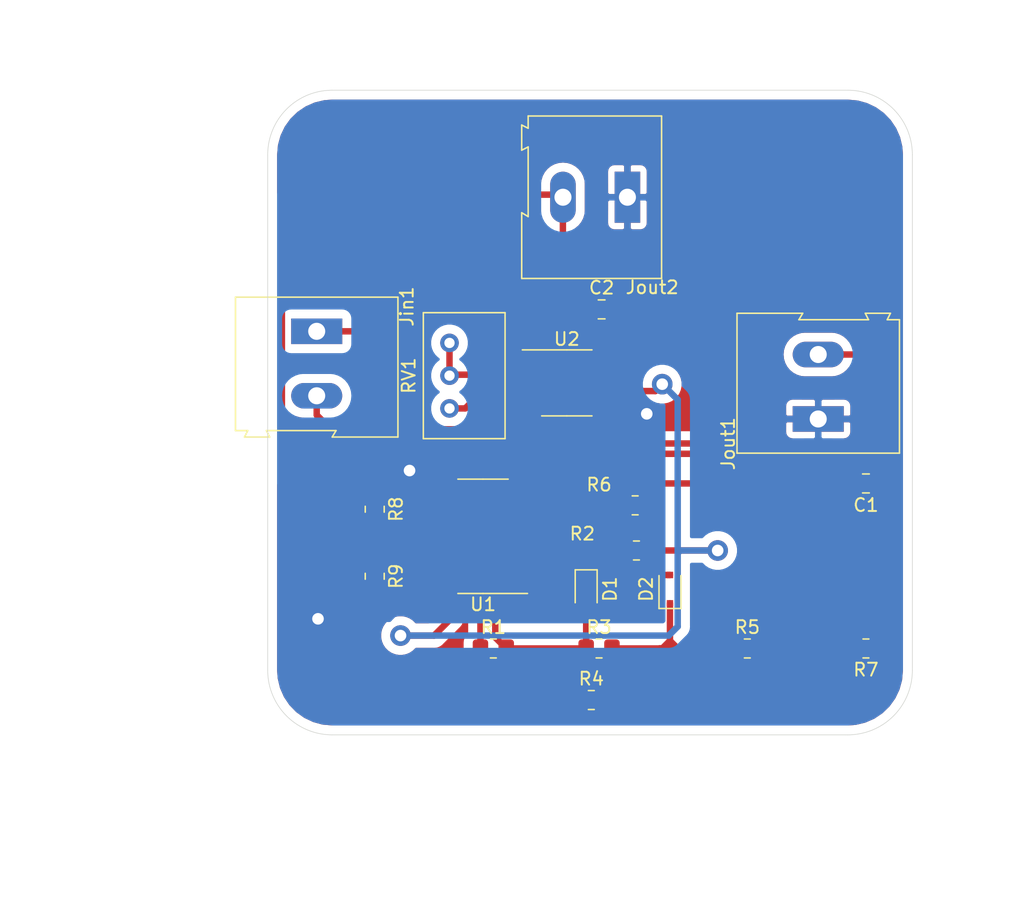
<source format=kicad_pcb>
(kicad_pcb (version 20171130) (host pcbnew "(5.1.9)-1")

  (general
    (thickness 1.6)
    (drawings 16)
    (tracks 176)
    (zones 0)
    (modules 19)
    (nets 17)
  )

  (page A4)
  (layers
    (0 F.Cu signal)
    (31 B.Cu signal)
    (32 B.Adhes user)
    (33 F.Adhes user)
    (34 B.Paste user)
    (35 F.Paste user)
    (36 B.SilkS user)
    (37 F.SilkS user)
    (38 B.Mask user)
    (39 F.Mask user)
    (40 Dwgs.User user)
    (41 Cmts.User user)
    (42 Eco1.User user)
    (43 Eco2.User user)
    (44 Edge.Cuts user)
    (45 Margin user)
    (46 B.CrtYd user)
    (47 F.CrtYd user)
    (48 B.Fab user)
    (49 F.Fab user)
  )

  (setup
    (last_trace_width 0.5)
    (trace_clearance 0.3)
    (zone_clearance 0.7)
    (zone_45_only no)
    (trace_min 0.2)
    (via_size 0.8)
    (via_drill 0.4)
    (via_min_size 0.4)
    (via_min_drill 0.3)
    (uvia_size 0.3)
    (uvia_drill 0.1)
    (uvias_allowed no)
    (uvia_min_size 0.2)
    (uvia_min_drill 0.1)
    (edge_width 0.05)
    (segment_width 0.2)
    (pcb_text_width 0.3)
    (pcb_text_size 1.5 1.5)
    (mod_edge_width 0.12)
    (mod_text_size 1 1)
    (mod_text_width 0.15)
    (pad_size 1.524 1.524)
    (pad_drill 0.762)
    (pad_to_mask_clearance 0)
    (aux_axis_origin 0 0)
    (visible_elements 7FFFFFFF)
    (pcbplotparams
      (layerselection 0x00000_ffffffff)
      (usegerberextensions false)
      (usegerberattributes true)
      (usegerberadvancedattributes true)
      (creategerberjobfile true)
      (excludeedgelayer true)
      (linewidth 0.100000)
      (plotframeref false)
      (viasonmask false)
      (mode 1)
      (useauxorigin false)
      (hpglpennumber 1)
      (hpglpenspeed 20)
      (hpglpendiameter 15.000000)
      (psnegative false)
      (psa4output false)
      (plotreference true)
      (plotvalue true)
      (plotinvisibletext false)
      (padsonsilk false)
      (subtractmaskfromsilk false)
      (outputformat 4)
      (mirror true)
      (drillshape 2)
      (scaleselection 1)
      (outputdirectory ""))
  )

  (net 0 "")
  (net 1 "Net-(C1-Pad2)")
  (net 2 /OUT)
  (net 3 /+Vs)
  (net 4 GND)
  (net 5 "Net-(D1-Pad2)")
  (net 6 "Net-(D1-Pad1)")
  (net 7 "Net-(D2-Pad1)")
  (net 8 /in+)
  (net 9 /in-)
  (net 10 /out1)
  (net 11 "Net-(R2-Pad1)")
  (net 12 "Net-(R6-Pad1)")
  (net 13 "Net-(RV1-Pad1)")
  (net 14 "Net-(RV1-Pad3)")
  (net 15 "Net-(R8-Pad2)")
  (net 16 /Vref)

  (net_class Default "This is the default net class."
    (clearance 0.3)
    (trace_width 0.5)
    (via_dia 0.8)
    (via_drill 0.4)
    (uvia_dia 0.3)
    (uvia_drill 0.1)
    (add_net /Vref)
    (add_net "Net-(R8-Pad2)")
  )

  (net_class vcc ""
    (clearance 0.3)
    (trace_width 0.5)
    (via_dia 0.8)
    (via_drill 0.4)
    (uvia_dia 0.3)
    (uvia_drill 0.1)
    (add_net /+Vs)
    (add_net /OUT)
    (add_net /in+)
    (add_net /in-)
    (add_net /out1)
    (add_net GND)
    (add_net "Net-(C1-Pad2)")
    (add_net "Net-(D1-Pad1)")
    (add_net "Net-(D1-Pad2)")
    (add_net "Net-(D2-Pad1)")
    (add_net "Net-(R2-Pad1)")
    (add_net "Net-(R6-Pad1)")
    (add_net "Net-(RV1-Pad1)")
    (add_net "Net-(RV1-Pad3)")
  )

  (module Capacitor_SMD:C_0805_2012Metric_Pad1.18x1.45mm_HandSolder (layer F.Cu) (tedit 5F68FEEF) (tstamp 6036CA16)
    (at 87.4 110.5 180)
    (descr "Capacitor SMD 0805 (2012 Metric), square (rectangular) end terminal, IPC_7351 nominal with elongated pad for handsoldering. (Body size source: IPC-SM-782 page 76, https://www.pcb-3d.com/wordpress/wp-content/uploads/ipc-sm-782a_amendment_1_and_2.pdf, https://docs.google.com/spreadsheets/d/1BsfQQcO9C6DZCsRaXUlFlo91Tg2WpOkGARC1WS5S8t0/edit?usp=sharing), generated with kicad-footprint-generator")
    (tags "capacitor handsolder")
    (path /602F1EBF)
    (attr smd)
    (fp_text reference C1 (at 0 -1.68) (layer F.SilkS)
      (effects (font (size 1 1) (thickness 0.15)))
    )
    (fp_text value "10 μ " (at 0 1.68) (layer F.Fab)
      (effects (font (size 1 1) (thickness 0.15)))
    )
    (fp_line (start -1 0.625) (end -1 -0.625) (layer F.Fab) (width 0.1))
    (fp_line (start -1 -0.625) (end 1 -0.625) (layer F.Fab) (width 0.1))
    (fp_line (start 1 -0.625) (end 1 0.625) (layer F.Fab) (width 0.1))
    (fp_line (start 1 0.625) (end -1 0.625) (layer F.Fab) (width 0.1))
    (fp_line (start -0.261252 -0.735) (end 0.261252 -0.735) (layer F.SilkS) (width 0.12))
    (fp_line (start -0.261252 0.735) (end 0.261252 0.735) (layer F.SilkS) (width 0.12))
    (fp_line (start -1.88 0.98) (end -1.88 -0.98) (layer F.CrtYd) (width 0.05))
    (fp_line (start -1.88 -0.98) (end 1.88 -0.98) (layer F.CrtYd) (width 0.05))
    (fp_line (start 1.88 -0.98) (end 1.88 0.98) (layer F.CrtYd) (width 0.05))
    (fp_line (start 1.88 0.98) (end -1.88 0.98) (layer F.CrtYd) (width 0.05))
    (fp_text user %R (at 0 0) (layer F.Fab)
      (effects (font (size 0.5 0.5) (thickness 0.08)))
    )
    (pad 2 smd roundrect (at 1.0375 0 180) (size 1.175 1.45) (layers F.Cu F.Paste F.Mask) (roundrect_rratio 0.212766)
      (net 1 "Net-(C1-Pad2)"))
    (pad 1 smd roundrect (at -1.0375 0 180) (size 1.175 1.45) (layers F.Cu F.Paste F.Mask) (roundrect_rratio 0.212766)
      (net 2 /OUT))
    (model ${KISYS3DMOD}/Capacitor_SMD.3dshapes/C_0805_2012Metric.wrl
      (at (xyz 0 0 0))
      (scale (xyz 1 1 1))
      (rotate (xyz 0 0 0))
    )
  )

  (module Capacitor_SMD:C_0805_2012Metric_Pad1.18x1.45mm_HandSolder (layer F.Cu) (tedit 5F68FEEF) (tstamp 603704DC)
    (at 66.9 97)
    (descr "Capacitor SMD 0805 (2012 Metric), square (rectangular) end terminal, IPC_7351 nominal with elongated pad for handsoldering. (Body size source: IPC-SM-782 page 76, https://www.pcb-3d.com/wordpress/wp-content/uploads/ipc-sm-782a_amendment_1_and_2.pdf, https://docs.google.com/spreadsheets/d/1BsfQQcO9C6DZCsRaXUlFlo91Tg2WpOkGARC1WS5S8t0/edit?usp=sharing), generated with kicad-footprint-generator")
    (tags "capacitor handsolder")
    (path /601E5B1F)
    (attr smd)
    (fp_text reference C2 (at 0 -1.68) (layer F.SilkS)
      (effects (font (size 1 1) (thickness 0.15)))
    )
    (fp_text value "0.1μ " (at 0 1.68) (layer F.Fab)
      (effects (font (size 1 1) (thickness 0.15)))
    )
    (fp_line (start 1.88 0.98) (end -1.88 0.98) (layer F.CrtYd) (width 0.05))
    (fp_line (start 1.88 -0.98) (end 1.88 0.98) (layer F.CrtYd) (width 0.05))
    (fp_line (start -1.88 -0.98) (end 1.88 -0.98) (layer F.CrtYd) (width 0.05))
    (fp_line (start -1.88 0.98) (end -1.88 -0.98) (layer F.CrtYd) (width 0.05))
    (fp_line (start -0.261252 0.735) (end 0.261252 0.735) (layer F.SilkS) (width 0.12))
    (fp_line (start -0.261252 -0.735) (end 0.261252 -0.735) (layer F.SilkS) (width 0.12))
    (fp_line (start 1 0.625) (end -1 0.625) (layer F.Fab) (width 0.1))
    (fp_line (start 1 -0.625) (end 1 0.625) (layer F.Fab) (width 0.1))
    (fp_line (start -1 -0.625) (end 1 -0.625) (layer F.Fab) (width 0.1))
    (fp_line (start -1 0.625) (end -1 -0.625) (layer F.Fab) (width 0.1))
    (fp_text user %R (at 0 0) (layer F.Fab)
      (effects (font (size 0.5 0.5) (thickness 0.08)))
    )
    (pad 1 smd roundrect (at -1.0375 0) (size 1.175 1.45) (layers F.Cu F.Paste F.Mask) (roundrect_rratio 0.212766)
      (net 3 /+Vs))
    (pad 2 smd roundrect (at 1.0375 0) (size 1.175 1.45) (layers F.Cu F.Paste F.Mask) (roundrect_rratio 0.212766)
      (net 4 GND))
    (model ${KISYS3DMOD}/Capacitor_SMD.3dshapes/C_0805_2012Metric.wrl
      (at (xyz 0 0 0))
      (scale (xyz 1 1 1))
      (rotate (xyz 0 0 0))
    )
  )

  (module Diode_SMD:D_SOD-323F (layer F.Cu) (tedit 590A48EB) (tstamp 60370A33)
    (at 65.7 118.7 270)
    (descr "SOD-323F http://www.nxp.com/documents/outline_drawing/SOD323F.pdf")
    (tags SOD-323F)
    (path /602F1EFE)
    (attr smd)
    (fp_text reference D1 (at 0 -1.85 90) (layer F.SilkS)
      (effects (font (size 1 1) (thickness 0.15)))
    )
    (fp_text value DIODE (at 0.1 1.9 90) (layer F.Fab)
      (effects (font (size 1 1) (thickness 0.15)))
    )
    (fp_line (start -1.5 -0.85) (end -1.5 0.85) (layer F.SilkS) (width 0.12))
    (fp_line (start 0.2 0) (end 0.45 0) (layer F.Fab) (width 0.1))
    (fp_line (start 0.2 0.35) (end -0.3 0) (layer F.Fab) (width 0.1))
    (fp_line (start 0.2 -0.35) (end 0.2 0.35) (layer F.Fab) (width 0.1))
    (fp_line (start -0.3 0) (end 0.2 -0.35) (layer F.Fab) (width 0.1))
    (fp_line (start -0.3 0) (end -0.5 0) (layer F.Fab) (width 0.1))
    (fp_line (start -0.3 -0.35) (end -0.3 0.35) (layer F.Fab) (width 0.1))
    (fp_line (start -0.9 0.7) (end -0.9 -0.7) (layer F.Fab) (width 0.1))
    (fp_line (start 0.9 0.7) (end -0.9 0.7) (layer F.Fab) (width 0.1))
    (fp_line (start 0.9 -0.7) (end 0.9 0.7) (layer F.Fab) (width 0.1))
    (fp_line (start -0.9 -0.7) (end 0.9 -0.7) (layer F.Fab) (width 0.1))
    (fp_line (start -1.6 -0.95) (end 1.6 -0.95) (layer F.CrtYd) (width 0.05))
    (fp_line (start 1.6 -0.95) (end 1.6 0.95) (layer F.CrtYd) (width 0.05))
    (fp_line (start -1.6 0.95) (end 1.6 0.95) (layer F.CrtYd) (width 0.05))
    (fp_line (start -1.6 -0.95) (end -1.6 0.95) (layer F.CrtYd) (width 0.05))
    (fp_line (start -1.5 0.85) (end 1.05 0.85) (layer F.SilkS) (width 0.12))
    (fp_line (start -1.5 -0.85) (end 1.05 -0.85) (layer F.SilkS) (width 0.12))
    (fp_text user %R (at 0 -1.85 90) (layer F.Fab)
      (effects (font (size 1 1) (thickness 0.15)))
    )
    (pad 2 smd rect (at 1.1 0 270) (size 0.5 0.5) (layers F.Cu F.Paste F.Mask)
      (net 5 "Net-(D1-Pad2)"))
    (pad 1 smd rect (at -1.1 0 270) (size 0.5 0.5) (layers F.Cu F.Paste F.Mask)
      (net 6 "Net-(D1-Pad1)"))
    (model ${KISYS3DMOD}/Diode_SMD.3dshapes/D_SOD-323F.wrl
      (at (xyz 0 0 0))
      (scale (xyz 1 1 1))
      (rotate (xyz 0 0 0))
    )
  )

  (module Diode_SMD:D_SOD-323F (layer F.Cu) (tedit 590A48EB) (tstamp 60370B87)
    (at 72.2 118.7 90)
    (descr "SOD-323F http://www.nxp.com/documents/outline_drawing/SOD323F.pdf")
    (tags SOD-323F)
    (path /602F1EF8)
    (attr smd)
    (fp_text reference D2 (at 0 -1.85 90) (layer F.SilkS)
      (effects (font (size 1 1) (thickness 0.15)))
    )
    (fp_text value DIODE (at 0.1 1.9 90) (layer F.Fab)
      (effects (font (size 1 1) (thickness 0.15)))
    )
    (fp_line (start -1.5 -0.85) (end 1.05 -0.85) (layer F.SilkS) (width 0.12))
    (fp_line (start -1.5 0.85) (end 1.05 0.85) (layer F.SilkS) (width 0.12))
    (fp_line (start -1.6 -0.95) (end -1.6 0.95) (layer F.CrtYd) (width 0.05))
    (fp_line (start -1.6 0.95) (end 1.6 0.95) (layer F.CrtYd) (width 0.05))
    (fp_line (start 1.6 -0.95) (end 1.6 0.95) (layer F.CrtYd) (width 0.05))
    (fp_line (start -1.6 -0.95) (end 1.6 -0.95) (layer F.CrtYd) (width 0.05))
    (fp_line (start -0.9 -0.7) (end 0.9 -0.7) (layer F.Fab) (width 0.1))
    (fp_line (start 0.9 -0.7) (end 0.9 0.7) (layer F.Fab) (width 0.1))
    (fp_line (start 0.9 0.7) (end -0.9 0.7) (layer F.Fab) (width 0.1))
    (fp_line (start -0.9 0.7) (end -0.9 -0.7) (layer F.Fab) (width 0.1))
    (fp_line (start -0.3 -0.35) (end -0.3 0.35) (layer F.Fab) (width 0.1))
    (fp_line (start -0.3 0) (end -0.5 0) (layer F.Fab) (width 0.1))
    (fp_line (start -0.3 0) (end 0.2 -0.35) (layer F.Fab) (width 0.1))
    (fp_line (start 0.2 -0.35) (end 0.2 0.35) (layer F.Fab) (width 0.1))
    (fp_line (start 0.2 0.35) (end -0.3 0) (layer F.Fab) (width 0.1))
    (fp_line (start 0.2 0) (end 0.45 0) (layer F.Fab) (width 0.1))
    (fp_line (start -1.5 -0.85) (end -1.5 0.85) (layer F.SilkS) (width 0.12))
    (fp_text user %R (at 0 -1.85 90) (layer F.Fab)
      (effects (font (size 1 1) (thickness 0.15)))
    )
    (pad 1 smd rect (at -1.1 0 90) (size 0.5 0.5) (layers F.Cu F.Paste F.Mask)
      (net 7 "Net-(D2-Pad1)"))
    (pad 2 smd rect (at 1.1 0 90) (size 0.5 0.5) (layers F.Cu F.Paste F.Mask)
      (net 6 "Net-(D1-Pad1)"))
    (model ${KISYS3DMOD}/Diode_SMD.3dshapes/D_SOD-323F.wrl
      (at (xyz 0 0 0))
      (scale (xyz 1 1 1))
      (rotate (xyz 0 0 0))
    )
  )

  (module TerminalBlock:TerminalBlock_Altech_AK300-2_P5.00mm (layer F.Cu) (tedit 59FF0306) (tstamp 6036CABE)
    (at 44.8 98.7 270)
    (descr "Altech AK300 terminal block, pitch 5.0mm, 45 degree angled, see http://www.mouser.com/ds/2/16/PCBMETRC-24178.pdf")
    (tags "Altech AK300 terminal block pitch 5.0mm")
    (path /6035D717)
    (fp_text reference Jin1 (at -1.92 -6.99 90) (layer F.SilkS)
      (effects (font (size 1 1) (thickness 0.15)))
    )
    (fp_text value Screw_Terminal_01x02 (at 2.78 7.75 90) (layer F.Fab)
      (effects (font (size 1 1) (thickness 0.15)))
    )
    (fp_line (start 8.36 6.47) (end -2.83 6.47) (layer F.CrtYd) (width 0.05))
    (fp_line (start 8.36 6.47) (end 8.36 -6.47) (layer F.CrtYd) (width 0.05))
    (fp_line (start -2.83 -6.47) (end -2.83 6.47) (layer F.CrtYd) (width 0.05))
    (fp_line (start -2.83 -6.47) (end 8.36 -6.47) (layer F.CrtYd) (width 0.05))
    (fp_line (start 3.36 -0.25) (end 6.67 -0.25) (layer F.Fab) (width 0.1))
    (fp_line (start 2.98 -0.25) (end 3.36 -0.25) (layer F.Fab) (width 0.1))
    (fp_line (start 7.05 -0.25) (end 6.67 -0.25) (layer F.Fab) (width 0.1))
    (fp_line (start 6.67 -0.64) (end 3.36 -0.64) (layer F.Fab) (width 0.1))
    (fp_line (start 7.61 -0.64) (end 6.67 -0.64) (layer F.Fab) (width 0.1))
    (fp_line (start 1.66 -0.64) (end 3.36 -0.64) (layer F.Fab) (width 0.1))
    (fp_line (start -1.64 -0.64) (end 1.66 -0.64) (layer F.Fab) (width 0.1))
    (fp_line (start -2.58 -0.64) (end -1.64 -0.64) (layer F.Fab) (width 0.1))
    (fp_line (start 1.66 -0.25) (end -1.64 -0.25) (layer F.Fab) (width 0.1))
    (fp_line (start 2.04 -0.25) (end 1.66 -0.25) (layer F.Fab) (width 0.1))
    (fp_line (start -2.02 -0.25) (end -1.64 -0.25) (layer F.Fab) (width 0.1))
    (fp_line (start -1.49 -4.32) (end 1.56 -4.95) (layer F.Fab) (width 0.1))
    (fp_line (start -1.62 -4.45) (end 1.44 -5.08) (layer F.Fab) (width 0.1))
    (fp_line (start 3.52 -4.32) (end 6.56 -4.95) (layer F.Fab) (width 0.1))
    (fp_line (start 3.39 -4.45) (end 6.44 -5.08) (layer F.Fab) (width 0.1))
    (fp_line (start 2.04 -5.97) (end -2.02 -5.97) (layer F.Fab) (width 0.1))
    (fp_line (start -2.02 -3.43) (end -2.02 -5.97) (layer F.Fab) (width 0.1))
    (fp_line (start 2.04 -3.43) (end -2.02 -3.43) (layer F.Fab) (width 0.1))
    (fp_line (start 2.04 -3.43) (end 2.04 -5.97) (layer F.Fab) (width 0.1))
    (fp_line (start 7.05 -3.43) (end 2.98 -3.43) (layer F.Fab) (width 0.1))
    (fp_line (start 7.05 -5.97) (end 7.05 -3.43) (layer F.Fab) (width 0.1))
    (fp_line (start 2.98 -5.97) (end 7.05 -5.97) (layer F.Fab) (width 0.1))
    (fp_line (start 2.98 -3.43) (end 2.98 -5.97) (layer F.Fab) (width 0.1))
    (fp_line (start 7.61 -3.17) (end 7.61 -1.65) (layer F.Fab) (width 0.1))
    (fp_line (start -2.58 -3.17) (end -2.58 -6.22) (layer F.Fab) (width 0.1))
    (fp_line (start -2.58 -3.17) (end 7.61 -3.17) (layer F.Fab) (width 0.1))
    (fp_line (start 7.61 -0.64) (end 7.61 4.06) (layer F.Fab) (width 0.1))
    (fp_line (start 7.61 -1.65) (end 7.61 -0.64) (layer F.Fab) (width 0.1))
    (fp_line (start -2.58 -0.64) (end -2.58 -3.17) (layer F.Fab) (width 0.1))
    (fp_line (start -2.58 6.22) (end -2.58 -0.64) (layer F.Fab) (width 0.1))
    (fp_line (start 6.67 0.51) (end 6.28 0.51) (layer F.Fab) (width 0.1))
    (fp_line (start 3.36 0.51) (end 3.74 0.51) (layer F.Fab) (width 0.1))
    (fp_line (start 1.66 0.51) (end 1.28 0.51) (layer F.Fab) (width 0.1))
    (fp_line (start -1.64 0.51) (end -1.26 0.51) (layer F.Fab) (width 0.1))
    (fp_line (start -1.64 3.68) (end -1.64 0.51) (layer F.Fab) (width 0.1))
    (fp_line (start 1.66 3.68) (end -1.64 3.68) (layer F.Fab) (width 0.1))
    (fp_line (start 1.66 3.68) (end 1.66 0.51) (layer F.Fab) (width 0.1))
    (fp_line (start 3.36 3.68) (end 3.36 0.51) (layer F.Fab) (width 0.1))
    (fp_line (start 6.67 3.68) (end 3.36 3.68) (layer F.Fab) (width 0.1))
    (fp_line (start 6.67 3.68) (end 6.67 0.51) (layer F.Fab) (width 0.1))
    (fp_line (start -2.02 4.32) (end -2.02 6.22) (layer F.Fab) (width 0.1))
    (fp_line (start 2.04 4.32) (end 2.04 -0.25) (layer F.Fab) (width 0.1))
    (fp_line (start 2.04 4.32) (end -2.02 4.32) (layer F.Fab) (width 0.1))
    (fp_line (start 7.05 4.32) (end 7.05 6.22) (layer F.Fab) (width 0.1))
    (fp_line (start 2.98 4.32) (end 2.98 -0.25) (layer F.Fab) (width 0.1))
    (fp_line (start 2.98 4.32) (end 7.05 4.32) (layer F.Fab) (width 0.1))
    (fp_line (start -2.02 6.22) (end 2.04 6.22) (layer F.Fab) (width 0.1))
    (fp_line (start -2.58 6.22) (end -2.02 6.22) (layer F.Fab) (width 0.1))
    (fp_line (start -2.02 -0.25) (end -2.02 4.32) (layer F.Fab) (width 0.1))
    (fp_line (start 2.04 6.22) (end 2.98 6.22) (layer F.Fab) (width 0.1))
    (fp_line (start 2.04 6.22) (end 2.04 4.32) (layer F.Fab) (width 0.1))
    (fp_line (start 7.05 6.22) (end 7.61 6.22) (layer F.Fab) (width 0.1))
    (fp_line (start 2.98 6.22) (end 7.05 6.22) (layer F.Fab) (width 0.1))
    (fp_line (start 7.05 -0.25) (end 7.05 4.32) (layer F.Fab) (width 0.1))
    (fp_line (start 2.98 6.22) (end 2.98 4.32) (layer F.Fab) (width 0.1))
    (fp_line (start 8.11 3.81) (end 8.11 5.46) (layer F.Fab) (width 0.1))
    (fp_line (start 7.61 4.06) (end 7.61 5.21) (layer F.Fab) (width 0.1))
    (fp_line (start 8.11 3.81) (end 7.61 4.06) (layer F.Fab) (width 0.1))
    (fp_line (start 7.61 5.21) (end 7.61 6.22) (layer F.Fab) (width 0.1))
    (fp_line (start 8.11 5.46) (end 7.61 5.21) (layer F.Fab) (width 0.1))
    (fp_line (start 8.11 -1.4) (end 7.61 -1.65) (layer F.Fab) (width 0.1))
    (fp_line (start 8.11 -6.22) (end 8.11 -1.4) (layer F.Fab) (width 0.1))
    (fp_line (start 7.61 -6.22) (end 8.11 -6.22) (layer F.Fab) (width 0.1))
    (fp_line (start 7.61 -6.22) (end -2.58 -6.22) (layer F.Fab) (width 0.1))
    (fp_line (start 7.61 -6.22) (end 7.61 -3.17) (layer F.Fab) (width 0.1))
    (fp_line (start 3.74 2.54) (end 3.74 -0.25) (layer F.Fab) (width 0.1))
    (fp_line (start 3.74 -0.25) (end 6.28 -0.25) (layer F.Fab) (width 0.1))
    (fp_line (start 6.28 2.54) (end 6.28 -0.25) (layer F.Fab) (width 0.1))
    (fp_line (start 3.74 2.54) (end 6.28 2.54) (layer F.Fab) (width 0.1))
    (fp_line (start -1.26 2.54) (end -1.26 -0.25) (layer F.Fab) (width 0.1))
    (fp_line (start -1.26 -0.25) (end 1.28 -0.25) (layer F.Fab) (width 0.1))
    (fp_line (start 1.28 2.54) (end 1.28 -0.25) (layer F.Fab) (width 0.1))
    (fp_line (start -1.26 2.54) (end 1.28 2.54) (layer F.Fab) (width 0.1))
    (fp_line (start 8.2 -6.3) (end -2.65 -6.3) (layer F.SilkS) (width 0.12))
    (fp_line (start 8.2 -1.2) (end 8.2 -6.3) (layer F.SilkS) (width 0.12))
    (fp_line (start 7.7 -1.5) (end 8.2 -1.2) (layer F.SilkS) (width 0.12))
    (fp_line (start 7.7 3.9) (end 7.7 -1.5) (layer F.SilkS) (width 0.12))
    (fp_line (start 8.2 3.65) (end 7.7 3.9) (layer F.SilkS) (width 0.12))
    (fp_line (start 8.2 3.7) (end 8.2 3.65) (layer F.SilkS) (width 0.12))
    (fp_line (start 8.2 5.6) (end 8.2 3.7) (layer F.SilkS) (width 0.12))
    (fp_line (start 7.7 5.35) (end 8.2 5.6) (layer F.SilkS) (width 0.12))
    (fp_line (start 7.7 6.3) (end 7.7 5.35) (layer F.SilkS) (width 0.12))
    (fp_line (start -2.65 6.3) (end 7.7 6.3) (layer F.SilkS) (width 0.12))
    (fp_line (start -2.65 -6.3) (end -2.65 6.3) (layer F.SilkS) (width 0.12))
    (fp_text user %R (at 2.5 -2 90) (layer F.Fab)
      (effects (font (size 1 1) (thickness 0.15)))
    )
    (fp_arc (start 6.03 -4.59) (end 6.54 -5.05) (angle 90.5) (layer F.Fab) (width 0.1))
    (fp_arc (start 5.07 -6.07) (end 6.53 -4.12) (angle 75.5) (layer F.Fab) (width 0.1))
    (fp_arc (start 4.99 -3.71) (end 3.39 -5) (angle 100) (layer F.Fab) (width 0.1))
    (fp_arc (start 3.87 -4.65) (end 3.58 -4.13) (angle 104.2) (layer F.Fab) (width 0.1))
    (fp_arc (start 1.03 -4.59) (end 1.53 -5.05) (angle 90.5) (layer F.Fab) (width 0.1))
    (fp_arc (start 0.06 -6.07) (end 1.53 -4.12) (angle 75.5) (layer F.Fab) (width 0.1))
    (fp_arc (start -0.01 -3.71) (end -1.62 -5) (angle 100) (layer F.Fab) (width 0.1))
    (fp_arc (start -1.13 -4.65) (end -1.42 -4.13) (angle 104.2) (layer F.Fab) (width 0.1))
    (pad 1 thru_hole rect (at 0 0 270) (size 1.98 3.96) (drill 1.32) (layers *.Cu *.Mask)
      (net 9 /in-))
    (pad 2 thru_hole oval (at 5 0 270) (size 1.98 3.96) (drill 1.32) (layers *.Cu *.Mask)
      (net 8 /in+))
    (model ${KISYS3DMOD}/TerminalBlock.3dshapes/TerminalBlock_Altech_AK300-2_P5.00mm.wrl
      (at (xyz 0 0 0))
      (scale (xyz 1 1 1))
      (rotate (xyz 0 0 0))
    )
  )

  (module TerminalBlock:TerminalBlock_Altech_AK300-2_P5.00mm (layer F.Cu) (tedit 59FF0306) (tstamp 6036CB25)
    (at 83.7 105.5 90)
    (descr "Altech AK300 terminal block, pitch 5.0mm, 45 degree angled, see http://www.mouser.com/ds/2/16/PCBMETRC-24178.pdf")
    (tags "Altech AK300 terminal block pitch 5.0mm")
    (path /6021CFFA)
    (fp_text reference Jout1 (at -1.92 -6.99 90) (layer F.SilkS)
      (effects (font (size 1 1) (thickness 0.15)))
    )
    (fp_text value Screw_Terminal_01x02 (at 2.78 7.75 90) (layer F.Fab)
      (effects (font (size 1 1) (thickness 0.15)))
    )
    (fp_line (start -2.65 -6.3) (end -2.65 6.3) (layer F.SilkS) (width 0.12))
    (fp_line (start -2.65 6.3) (end 7.7 6.3) (layer F.SilkS) (width 0.12))
    (fp_line (start 7.7 6.3) (end 7.7 5.35) (layer F.SilkS) (width 0.12))
    (fp_line (start 7.7 5.35) (end 8.2 5.6) (layer F.SilkS) (width 0.12))
    (fp_line (start 8.2 5.6) (end 8.2 3.7) (layer F.SilkS) (width 0.12))
    (fp_line (start 8.2 3.7) (end 8.2 3.65) (layer F.SilkS) (width 0.12))
    (fp_line (start 8.2 3.65) (end 7.7 3.9) (layer F.SilkS) (width 0.12))
    (fp_line (start 7.7 3.9) (end 7.7 -1.5) (layer F.SilkS) (width 0.12))
    (fp_line (start 7.7 -1.5) (end 8.2 -1.2) (layer F.SilkS) (width 0.12))
    (fp_line (start 8.2 -1.2) (end 8.2 -6.3) (layer F.SilkS) (width 0.12))
    (fp_line (start 8.2 -6.3) (end -2.65 -6.3) (layer F.SilkS) (width 0.12))
    (fp_line (start -1.26 2.54) (end 1.28 2.54) (layer F.Fab) (width 0.1))
    (fp_line (start 1.28 2.54) (end 1.28 -0.25) (layer F.Fab) (width 0.1))
    (fp_line (start -1.26 -0.25) (end 1.28 -0.25) (layer F.Fab) (width 0.1))
    (fp_line (start -1.26 2.54) (end -1.26 -0.25) (layer F.Fab) (width 0.1))
    (fp_line (start 3.74 2.54) (end 6.28 2.54) (layer F.Fab) (width 0.1))
    (fp_line (start 6.28 2.54) (end 6.28 -0.25) (layer F.Fab) (width 0.1))
    (fp_line (start 3.74 -0.25) (end 6.28 -0.25) (layer F.Fab) (width 0.1))
    (fp_line (start 3.74 2.54) (end 3.74 -0.25) (layer F.Fab) (width 0.1))
    (fp_line (start 7.61 -6.22) (end 7.61 -3.17) (layer F.Fab) (width 0.1))
    (fp_line (start 7.61 -6.22) (end -2.58 -6.22) (layer F.Fab) (width 0.1))
    (fp_line (start 7.61 -6.22) (end 8.11 -6.22) (layer F.Fab) (width 0.1))
    (fp_line (start 8.11 -6.22) (end 8.11 -1.4) (layer F.Fab) (width 0.1))
    (fp_line (start 8.11 -1.4) (end 7.61 -1.65) (layer F.Fab) (width 0.1))
    (fp_line (start 8.11 5.46) (end 7.61 5.21) (layer F.Fab) (width 0.1))
    (fp_line (start 7.61 5.21) (end 7.61 6.22) (layer F.Fab) (width 0.1))
    (fp_line (start 8.11 3.81) (end 7.61 4.06) (layer F.Fab) (width 0.1))
    (fp_line (start 7.61 4.06) (end 7.61 5.21) (layer F.Fab) (width 0.1))
    (fp_line (start 8.11 3.81) (end 8.11 5.46) (layer F.Fab) (width 0.1))
    (fp_line (start 2.98 6.22) (end 2.98 4.32) (layer F.Fab) (width 0.1))
    (fp_line (start 7.05 -0.25) (end 7.05 4.32) (layer F.Fab) (width 0.1))
    (fp_line (start 2.98 6.22) (end 7.05 6.22) (layer F.Fab) (width 0.1))
    (fp_line (start 7.05 6.22) (end 7.61 6.22) (layer F.Fab) (width 0.1))
    (fp_line (start 2.04 6.22) (end 2.04 4.32) (layer F.Fab) (width 0.1))
    (fp_line (start 2.04 6.22) (end 2.98 6.22) (layer F.Fab) (width 0.1))
    (fp_line (start -2.02 -0.25) (end -2.02 4.32) (layer F.Fab) (width 0.1))
    (fp_line (start -2.58 6.22) (end -2.02 6.22) (layer F.Fab) (width 0.1))
    (fp_line (start -2.02 6.22) (end 2.04 6.22) (layer F.Fab) (width 0.1))
    (fp_line (start 2.98 4.32) (end 7.05 4.32) (layer F.Fab) (width 0.1))
    (fp_line (start 2.98 4.32) (end 2.98 -0.25) (layer F.Fab) (width 0.1))
    (fp_line (start 7.05 4.32) (end 7.05 6.22) (layer F.Fab) (width 0.1))
    (fp_line (start 2.04 4.32) (end -2.02 4.32) (layer F.Fab) (width 0.1))
    (fp_line (start 2.04 4.32) (end 2.04 -0.25) (layer F.Fab) (width 0.1))
    (fp_line (start -2.02 4.32) (end -2.02 6.22) (layer F.Fab) (width 0.1))
    (fp_line (start 6.67 3.68) (end 6.67 0.51) (layer F.Fab) (width 0.1))
    (fp_line (start 6.67 3.68) (end 3.36 3.68) (layer F.Fab) (width 0.1))
    (fp_line (start 3.36 3.68) (end 3.36 0.51) (layer F.Fab) (width 0.1))
    (fp_line (start 1.66 3.68) (end 1.66 0.51) (layer F.Fab) (width 0.1))
    (fp_line (start 1.66 3.68) (end -1.64 3.68) (layer F.Fab) (width 0.1))
    (fp_line (start -1.64 3.68) (end -1.64 0.51) (layer F.Fab) (width 0.1))
    (fp_line (start -1.64 0.51) (end -1.26 0.51) (layer F.Fab) (width 0.1))
    (fp_line (start 1.66 0.51) (end 1.28 0.51) (layer F.Fab) (width 0.1))
    (fp_line (start 3.36 0.51) (end 3.74 0.51) (layer F.Fab) (width 0.1))
    (fp_line (start 6.67 0.51) (end 6.28 0.51) (layer F.Fab) (width 0.1))
    (fp_line (start -2.58 6.22) (end -2.58 -0.64) (layer F.Fab) (width 0.1))
    (fp_line (start -2.58 -0.64) (end -2.58 -3.17) (layer F.Fab) (width 0.1))
    (fp_line (start 7.61 -1.65) (end 7.61 -0.64) (layer F.Fab) (width 0.1))
    (fp_line (start 7.61 -0.64) (end 7.61 4.06) (layer F.Fab) (width 0.1))
    (fp_line (start -2.58 -3.17) (end 7.61 -3.17) (layer F.Fab) (width 0.1))
    (fp_line (start -2.58 -3.17) (end -2.58 -6.22) (layer F.Fab) (width 0.1))
    (fp_line (start 7.61 -3.17) (end 7.61 -1.65) (layer F.Fab) (width 0.1))
    (fp_line (start 2.98 -3.43) (end 2.98 -5.97) (layer F.Fab) (width 0.1))
    (fp_line (start 2.98 -5.97) (end 7.05 -5.97) (layer F.Fab) (width 0.1))
    (fp_line (start 7.05 -5.97) (end 7.05 -3.43) (layer F.Fab) (width 0.1))
    (fp_line (start 7.05 -3.43) (end 2.98 -3.43) (layer F.Fab) (width 0.1))
    (fp_line (start 2.04 -3.43) (end 2.04 -5.97) (layer F.Fab) (width 0.1))
    (fp_line (start 2.04 -3.43) (end -2.02 -3.43) (layer F.Fab) (width 0.1))
    (fp_line (start -2.02 -3.43) (end -2.02 -5.97) (layer F.Fab) (width 0.1))
    (fp_line (start 2.04 -5.97) (end -2.02 -5.97) (layer F.Fab) (width 0.1))
    (fp_line (start 3.39 -4.45) (end 6.44 -5.08) (layer F.Fab) (width 0.1))
    (fp_line (start 3.52 -4.32) (end 6.56 -4.95) (layer F.Fab) (width 0.1))
    (fp_line (start -1.62 -4.45) (end 1.44 -5.08) (layer F.Fab) (width 0.1))
    (fp_line (start -1.49 -4.32) (end 1.56 -4.95) (layer F.Fab) (width 0.1))
    (fp_line (start -2.02 -0.25) (end -1.64 -0.25) (layer F.Fab) (width 0.1))
    (fp_line (start 2.04 -0.25) (end 1.66 -0.25) (layer F.Fab) (width 0.1))
    (fp_line (start 1.66 -0.25) (end -1.64 -0.25) (layer F.Fab) (width 0.1))
    (fp_line (start -2.58 -0.64) (end -1.64 -0.64) (layer F.Fab) (width 0.1))
    (fp_line (start -1.64 -0.64) (end 1.66 -0.64) (layer F.Fab) (width 0.1))
    (fp_line (start 1.66 -0.64) (end 3.36 -0.64) (layer F.Fab) (width 0.1))
    (fp_line (start 7.61 -0.64) (end 6.67 -0.64) (layer F.Fab) (width 0.1))
    (fp_line (start 6.67 -0.64) (end 3.36 -0.64) (layer F.Fab) (width 0.1))
    (fp_line (start 7.05 -0.25) (end 6.67 -0.25) (layer F.Fab) (width 0.1))
    (fp_line (start 2.98 -0.25) (end 3.36 -0.25) (layer F.Fab) (width 0.1))
    (fp_line (start 3.36 -0.25) (end 6.67 -0.25) (layer F.Fab) (width 0.1))
    (fp_line (start -2.83 -6.47) (end 8.36 -6.47) (layer F.CrtYd) (width 0.05))
    (fp_line (start -2.83 -6.47) (end -2.83 6.47) (layer F.CrtYd) (width 0.05))
    (fp_line (start 8.36 6.47) (end 8.36 -6.47) (layer F.CrtYd) (width 0.05))
    (fp_line (start 8.36 6.47) (end -2.83 6.47) (layer F.CrtYd) (width 0.05))
    (fp_arc (start -1.13 -4.65) (end -1.42 -4.13) (angle 104.2) (layer F.Fab) (width 0.1))
    (fp_arc (start -0.01 -3.71) (end -1.62 -5) (angle 100) (layer F.Fab) (width 0.1))
    (fp_arc (start 0.06 -6.07) (end 1.53 -4.12) (angle 75.5) (layer F.Fab) (width 0.1))
    (fp_arc (start 1.03 -4.59) (end 1.53 -5.05) (angle 90.5) (layer F.Fab) (width 0.1))
    (fp_arc (start 3.87 -4.65) (end 3.58 -4.13) (angle 104.2) (layer F.Fab) (width 0.1))
    (fp_arc (start 4.99 -3.71) (end 3.39 -5) (angle 100) (layer F.Fab) (width 0.1))
    (fp_arc (start 5.07 -6.07) (end 6.53 -4.12) (angle 75.5) (layer F.Fab) (width 0.1))
    (fp_arc (start 6.03 -4.59) (end 6.54 -5.05) (angle 90.5) (layer F.Fab) (width 0.1))
    (fp_text user %R (at 2.5 -2 90) (layer F.Fab)
      (effects (font (size 1 1) (thickness 0.15)))
    )
    (pad 2 thru_hole oval (at 5 0 90) (size 1.98 3.96) (drill 1.32) (layers *.Cu *.Mask)
      (net 2 /OUT))
    (pad 1 thru_hole rect (at 0 0 90) (size 1.98 3.96) (drill 1.32) (layers *.Cu *.Mask)
      (net 4 GND))
    (model ${KISYS3DMOD}/TerminalBlock.3dshapes/TerminalBlock_Altech_AK300-2_P5.00mm.wrl
      (at (xyz 0 0 0))
      (scale (xyz 1 1 1))
      (rotate (xyz 0 0 0))
    )
  )

  (module TerminalBlock:TerminalBlock_Altech_AK300-2_P5.00mm (layer F.Cu) (tedit 59FF0306) (tstamp 6036CB8C)
    (at 68.9 88.3 180)
    (descr "Altech AK300 terminal block, pitch 5.0mm, 45 degree angled, see http://www.mouser.com/ds/2/16/PCBMETRC-24178.pdf")
    (tags "Altech AK300 terminal block pitch 5.0mm")
    (path /60370155)
    (fp_text reference Jout2 (at -1.92 -6.99) (layer F.SilkS)
      (effects (font (size 1 1) (thickness 0.15)))
    )
    (fp_text value Screw_Terminal_01x02 (at 2.78 7.75) (layer F.Fab)
      (effects (font (size 1 1) (thickness 0.15)))
    )
    (fp_line (start 8.36 6.47) (end -2.83 6.47) (layer F.CrtYd) (width 0.05))
    (fp_line (start 8.36 6.47) (end 8.36 -6.47) (layer F.CrtYd) (width 0.05))
    (fp_line (start -2.83 -6.47) (end -2.83 6.47) (layer F.CrtYd) (width 0.05))
    (fp_line (start -2.83 -6.47) (end 8.36 -6.47) (layer F.CrtYd) (width 0.05))
    (fp_line (start 3.36 -0.25) (end 6.67 -0.25) (layer F.Fab) (width 0.1))
    (fp_line (start 2.98 -0.25) (end 3.36 -0.25) (layer F.Fab) (width 0.1))
    (fp_line (start 7.05 -0.25) (end 6.67 -0.25) (layer F.Fab) (width 0.1))
    (fp_line (start 6.67 -0.64) (end 3.36 -0.64) (layer F.Fab) (width 0.1))
    (fp_line (start 7.61 -0.64) (end 6.67 -0.64) (layer F.Fab) (width 0.1))
    (fp_line (start 1.66 -0.64) (end 3.36 -0.64) (layer F.Fab) (width 0.1))
    (fp_line (start -1.64 -0.64) (end 1.66 -0.64) (layer F.Fab) (width 0.1))
    (fp_line (start -2.58 -0.64) (end -1.64 -0.64) (layer F.Fab) (width 0.1))
    (fp_line (start 1.66 -0.25) (end -1.64 -0.25) (layer F.Fab) (width 0.1))
    (fp_line (start 2.04 -0.25) (end 1.66 -0.25) (layer F.Fab) (width 0.1))
    (fp_line (start -2.02 -0.25) (end -1.64 -0.25) (layer F.Fab) (width 0.1))
    (fp_line (start -1.49 -4.32) (end 1.56 -4.95) (layer F.Fab) (width 0.1))
    (fp_line (start -1.62 -4.45) (end 1.44 -5.08) (layer F.Fab) (width 0.1))
    (fp_line (start 3.52 -4.32) (end 6.56 -4.95) (layer F.Fab) (width 0.1))
    (fp_line (start 3.39 -4.45) (end 6.44 -5.08) (layer F.Fab) (width 0.1))
    (fp_line (start 2.04 -5.97) (end -2.02 -5.97) (layer F.Fab) (width 0.1))
    (fp_line (start -2.02 -3.43) (end -2.02 -5.97) (layer F.Fab) (width 0.1))
    (fp_line (start 2.04 -3.43) (end -2.02 -3.43) (layer F.Fab) (width 0.1))
    (fp_line (start 2.04 -3.43) (end 2.04 -5.97) (layer F.Fab) (width 0.1))
    (fp_line (start 7.05 -3.43) (end 2.98 -3.43) (layer F.Fab) (width 0.1))
    (fp_line (start 7.05 -5.97) (end 7.05 -3.43) (layer F.Fab) (width 0.1))
    (fp_line (start 2.98 -5.97) (end 7.05 -5.97) (layer F.Fab) (width 0.1))
    (fp_line (start 2.98 -3.43) (end 2.98 -5.97) (layer F.Fab) (width 0.1))
    (fp_line (start 7.61 -3.17) (end 7.61 -1.65) (layer F.Fab) (width 0.1))
    (fp_line (start -2.58 -3.17) (end -2.58 -6.22) (layer F.Fab) (width 0.1))
    (fp_line (start -2.58 -3.17) (end 7.61 -3.17) (layer F.Fab) (width 0.1))
    (fp_line (start 7.61 -0.64) (end 7.61 4.06) (layer F.Fab) (width 0.1))
    (fp_line (start 7.61 -1.65) (end 7.61 -0.64) (layer F.Fab) (width 0.1))
    (fp_line (start -2.58 -0.64) (end -2.58 -3.17) (layer F.Fab) (width 0.1))
    (fp_line (start -2.58 6.22) (end -2.58 -0.64) (layer F.Fab) (width 0.1))
    (fp_line (start 6.67 0.51) (end 6.28 0.51) (layer F.Fab) (width 0.1))
    (fp_line (start 3.36 0.51) (end 3.74 0.51) (layer F.Fab) (width 0.1))
    (fp_line (start 1.66 0.51) (end 1.28 0.51) (layer F.Fab) (width 0.1))
    (fp_line (start -1.64 0.51) (end -1.26 0.51) (layer F.Fab) (width 0.1))
    (fp_line (start -1.64 3.68) (end -1.64 0.51) (layer F.Fab) (width 0.1))
    (fp_line (start 1.66 3.68) (end -1.64 3.68) (layer F.Fab) (width 0.1))
    (fp_line (start 1.66 3.68) (end 1.66 0.51) (layer F.Fab) (width 0.1))
    (fp_line (start 3.36 3.68) (end 3.36 0.51) (layer F.Fab) (width 0.1))
    (fp_line (start 6.67 3.68) (end 3.36 3.68) (layer F.Fab) (width 0.1))
    (fp_line (start 6.67 3.68) (end 6.67 0.51) (layer F.Fab) (width 0.1))
    (fp_line (start -2.02 4.32) (end -2.02 6.22) (layer F.Fab) (width 0.1))
    (fp_line (start 2.04 4.32) (end 2.04 -0.25) (layer F.Fab) (width 0.1))
    (fp_line (start 2.04 4.32) (end -2.02 4.32) (layer F.Fab) (width 0.1))
    (fp_line (start 7.05 4.32) (end 7.05 6.22) (layer F.Fab) (width 0.1))
    (fp_line (start 2.98 4.32) (end 2.98 -0.25) (layer F.Fab) (width 0.1))
    (fp_line (start 2.98 4.32) (end 7.05 4.32) (layer F.Fab) (width 0.1))
    (fp_line (start -2.02 6.22) (end 2.04 6.22) (layer F.Fab) (width 0.1))
    (fp_line (start -2.58 6.22) (end -2.02 6.22) (layer F.Fab) (width 0.1))
    (fp_line (start -2.02 -0.25) (end -2.02 4.32) (layer F.Fab) (width 0.1))
    (fp_line (start 2.04 6.22) (end 2.98 6.22) (layer F.Fab) (width 0.1))
    (fp_line (start 2.04 6.22) (end 2.04 4.32) (layer F.Fab) (width 0.1))
    (fp_line (start 7.05 6.22) (end 7.61 6.22) (layer F.Fab) (width 0.1))
    (fp_line (start 2.98 6.22) (end 7.05 6.22) (layer F.Fab) (width 0.1))
    (fp_line (start 7.05 -0.25) (end 7.05 4.32) (layer F.Fab) (width 0.1))
    (fp_line (start 2.98 6.22) (end 2.98 4.32) (layer F.Fab) (width 0.1))
    (fp_line (start 8.11 3.81) (end 8.11 5.46) (layer F.Fab) (width 0.1))
    (fp_line (start 7.61 4.06) (end 7.61 5.21) (layer F.Fab) (width 0.1))
    (fp_line (start 8.11 3.81) (end 7.61 4.06) (layer F.Fab) (width 0.1))
    (fp_line (start 7.61 5.21) (end 7.61 6.22) (layer F.Fab) (width 0.1))
    (fp_line (start 8.11 5.46) (end 7.61 5.21) (layer F.Fab) (width 0.1))
    (fp_line (start 8.11 -1.4) (end 7.61 -1.65) (layer F.Fab) (width 0.1))
    (fp_line (start 8.11 -6.22) (end 8.11 -1.4) (layer F.Fab) (width 0.1))
    (fp_line (start 7.61 -6.22) (end 8.11 -6.22) (layer F.Fab) (width 0.1))
    (fp_line (start 7.61 -6.22) (end -2.58 -6.22) (layer F.Fab) (width 0.1))
    (fp_line (start 7.61 -6.22) (end 7.61 -3.17) (layer F.Fab) (width 0.1))
    (fp_line (start 3.74 2.54) (end 3.74 -0.25) (layer F.Fab) (width 0.1))
    (fp_line (start 3.74 -0.25) (end 6.28 -0.25) (layer F.Fab) (width 0.1))
    (fp_line (start 6.28 2.54) (end 6.28 -0.25) (layer F.Fab) (width 0.1))
    (fp_line (start 3.74 2.54) (end 6.28 2.54) (layer F.Fab) (width 0.1))
    (fp_line (start -1.26 2.54) (end -1.26 -0.25) (layer F.Fab) (width 0.1))
    (fp_line (start -1.26 -0.25) (end 1.28 -0.25) (layer F.Fab) (width 0.1))
    (fp_line (start 1.28 2.54) (end 1.28 -0.25) (layer F.Fab) (width 0.1))
    (fp_line (start -1.26 2.54) (end 1.28 2.54) (layer F.Fab) (width 0.1))
    (fp_line (start 8.2 -6.3) (end -2.65 -6.3) (layer F.SilkS) (width 0.12))
    (fp_line (start 8.2 -1.2) (end 8.2 -6.3) (layer F.SilkS) (width 0.12))
    (fp_line (start 7.7 -1.5) (end 8.2 -1.2) (layer F.SilkS) (width 0.12))
    (fp_line (start 7.7 3.9) (end 7.7 -1.5) (layer F.SilkS) (width 0.12))
    (fp_line (start 8.2 3.65) (end 7.7 3.9) (layer F.SilkS) (width 0.12))
    (fp_line (start 8.2 3.7) (end 8.2 3.65) (layer F.SilkS) (width 0.12))
    (fp_line (start 8.2 5.6) (end 8.2 3.7) (layer F.SilkS) (width 0.12))
    (fp_line (start 7.7 5.35) (end 8.2 5.6) (layer F.SilkS) (width 0.12))
    (fp_line (start 7.7 6.3) (end 7.7 5.35) (layer F.SilkS) (width 0.12))
    (fp_line (start -2.65 6.3) (end 7.7 6.3) (layer F.SilkS) (width 0.12))
    (fp_line (start -2.65 -6.3) (end -2.65 6.3) (layer F.SilkS) (width 0.12))
    (fp_text user %R (at -5.735001 -0.495001) (layer F.Fab)
      (effects (font (size 1 1) (thickness 0.15)))
    )
    (fp_arc (start 6.03 -4.59) (end 6.54 -5.05) (angle 90.5) (layer F.Fab) (width 0.1))
    (fp_arc (start 5.07 -6.07) (end 6.53 -4.12) (angle 75.5) (layer F.Fab) (width 0.1))
    (fp_arc (start 4.99 -3.71) (end 3.39 -5) (angle 100) (layer F.Fab) (width 0.1))
    (fp_arc (start 3.87 -4.65) (end 3.58 -4.13) (angle 104.2) (layer F.Fab) (width 0.1))
    (fp_arc (start 1.03 -4.59) (end 1.53 -5.05) (angle 90.5) (layer F.Fab) (width 0.1))
    (fp_arc (start 0.06 -6.07) (end 1.53 -4.12) (angle 75.5) (layer F.Fab) (width 0.1))
    (fp_arc (start -0.01 -3.71) (end -1.62 -5) (angle 100) (layer F.Fab) (width 0.1))
    (fp_arc (start -1.13 -4.65) (end -1.42 -4.13) (angle 104.2) (layer F.Fab) (width 0.1))
    (pad 1 thru_hole rect (at 0 0 180) (size 1.98 3.96) (drill 1.32) (layers *.Cu *.Mask)
      (net 4 GND))
    (pad 2 thru_hole oval (at 5 0 180) (size 1.98 3.96) (drill 1.32) (layers *.Cu *.Mask)
      (net 3 /+Vs))
    (model ${KISYS3DMOD}/TerminalBlock.3dshapes/TerminalBlock_Altech_AK300-2_P5.00mm.wrl
      (at (xyz 0 0 0))
      (scale (xyz 1 1 1))
      (rotate (xyz 0 0 0))
    )
  )

  (module Resistor_SMD:R_0805_2012Metric_Pad1.20x1.40mm_HandSolder (layer F.Cu) (tedit 5F68FEEE) (tstamp 6036CB9D)
    (at 58.5 123.3)
    (descr "Resistor SMD 0805 (2012 Metric), square (rectangular) end terminal, IPC_7351 nominal with elongated pad for handsoldering. (Body size source: IPC-SM-782 page 72, https://www.pcb-3d.com/wordpress/wp-content/uploads/ipc-sm-782a_amendment_1_and_2.pdf), generated with kicad-footprint-generator")
    (tags "resistor handsolder")
    (path /602F1F0A)
    (attr smd)
    (fp_text reference R1 (at 0 -1.65) (layer F.SilkS)
      (effects (font (size 1 1) (thickness 0.15)))
    )
    (fp_text value 10K (at 0 1.65) (layer F.Fab)
      (effects (font (size 1 1) (thickness 0.15)))
    )
    (fp_line (start -1 0.625) (end -1 -0.625) (layer F.Fab) (width 0.1))
    (fp_line (start -1 -0.625) (end 1 -0.625) (layer F.Fab) (width 0.1))
    (fp_line (start 1 -0.625) (end 1 0.625) (layer F.Fab) (width 0.1))
    (fp_line (start 1 0.625) (end -1 0.625) (layer F.Fab) (width 0.1))
    (fp_line (start -0.227064 -0.735) (end 0.227064 -0.735) (layer F.SilkS) (width 0.12))
    (fp_line (start -0.227064 0.735) (end 0.227064 0.735) (layer F.SilkS) (width 0.12))
    (fp_line (start -1.85 0.95) (end -1.85 -0.95) (layer F.CrtYd) (width 0.05))
    (fp_line (start -1.85 -0.95) (end 1.85 -0.95) (layer F.CrtYd) (width 0.05))
    (fp_line (start 1.85 -0.95) (end 1.85 0.95) (layer F.CrtYd) (width 0.05))
    (fp_line (start 1.85 0.95) (end -1.85 0.95) (layer F.CrtYd) (width 0.05))
    (fp_text user %R (at 0 0) (layer F.Fab)
      (effects (font (size 0.5 0.5) (thickness 0.08)))
    )
    (pad 2 smd roundrect (at 1 0) (size 1.2 1.4) (layers F.Cu F.Paste F.Mask) (roundrect_rratio 0.208333)
      (net 5 "Net-(D1-Pad2)"))
    (pad 1 smd roundrect (at -1 0) (size 1.2 1.4) (layers F.Cu F.Paste F.Mask) (roundrect_rratio 0.208333)
      (net 10 /out1))
    (model ${KISYS3DMOD}/Resistor_SMD.3dshapes/R_0805_2012Metric.wrl
      (at (xyz 0 0 0))
      (scale (xyz 1 1 1))
      (rotate (xyz 0 0 0))
    )
  )

  (module Resistor_SMD:R_0805_2012Metric_Pad1.20x1.40mm_HandSolder (layer F.Cu) (tedit 5F68FEEE) (tstamp 6036CBAE)
    (at 69.6 115.7)
    (descr "Resistor SMD 0805 (2012 Metric), square (rectangular) end terminal, IPC_7351 nominal with elongated pad for handsoldering. (Body size source: IPC-SM-782 page 72, https://www.pcb-3d.com/wordpress/wp-content/uploads/ipc-sm-782a_amendment_1_and_2.pdf), generated with kicad-footprint-generator")
    (tags "resistor handsolder")
    (path /602E05A9)
    (attr smd)
    (fp_text reference R2 (at -4.2 -1.3) (layer F.SilkS)
      (effects (font (size 1 1) (thickness 0.15)))
    )
    (fp_text value 5K (at 0 1.65) (layer F.Fab)
      (effects (font (size 1 1) (thickness 0.15)))
    )
    (fp_line (start 1.85 0.95) (end -1.85 0.95) (layer F.CrtYd) (width 0.05))
    (fp_line (start 1.85 -0.95) (end 1.85 0.95) (layer F.CrtYd) (width 0.05))
    (fp_line (start -1.85 -0.95) (end 1.85 -0.95) (layer F.CrtYd) (width 0.05))
    (fp_line (start -1.85 0.95) (end -1.85 -0.95) (layer F.CrtYd) (width 0.05))
    (fp_line (start -0.227064 0.735) (end 0.227064 0.735) (layer F.SilkS) (width 0.12))
    (fp_line (start -0.227064 -0.735) (end 0.227064 -0.735) (layer F.SilkS) (width 0.12))
    (fp_line (start 1 0.625) (end -1 0.625) (layer F.Fab) (width 0.1))
    (fp_line (start 1 -0.625) (end 1 0.625) (layer F.Fab) (width 0.1))
    (fp_line (start -1 -0.625) (end 1 -0.625) (layer F.Fab) (width 0.1))
    (fp_line (start -1 0.625) (end -1 -0.625) (layer F.Fab) (width 0.1))
    (fp_text user %R (at 0 0) (layer F.Fab)
      (effects (font (size 0.5 0.5) (thickness 0.08)))
    )
    (pad 1 smd roundrect (at -1 0) (size 1.2 1.4) (layers F.Cu F.Paste F.Mask) (roundrect_rratio 0.208333)
      (net 11 "Net-(R2-Pad1)"))
    (pad 2 smd roundrect (at 1 0) (size 1.2 1.4) (layers F.Cu F.Paste F.Mask) (roundrect_rratio 0.208333)
      (net 16 /Vref))
    (model ${KISYS3DMOD}/Resistor_SMD.3dshapes/R_0805_2012Metric.wrl
      (at (xyz 0 0 0))
      (scale (xyz 1 1 1))
      (rotate (xyz 0 0 0))
    )
  )

  (module Resistor_SMD:R_0805_2012Metric_Pad1.20x1.40mm_HandSolder (layer F.Cu) (tedit 5F68FEEE) (tstamp 6036CBBF)
    (at 66.7 123.3)
    (descr "Resistor SMD 0805 (2012 Metric), square (rectangular) end terminal, IPC_7351 nominal with elongated pad for handsoldering. (Body size source: IPC-SM-782 page 72, https://www.pcb-3d.com/wordpress/wp-content/uploads/ipc-sm-782a_amendment_1_and_2.pdf), generated with kicad-footprint-generator")
    (tags "resistor handsolder")
    (path /602F1EE8)
    (attr smd)
    (fp_text reference R3 (at 0 -1.65) (layer F.SilkS)
      (effects (font (size 1 1) (thickness 0.15)))
    )
    (fp_text value 10K (at 0 1.65) (layer F.Fab)
      (effects (font (size 1 1) (thickness 0.15)))
    )
    (fp_line (start 1.85 0.95) (end -1.85 0.95) (layer F.CrtYd) (width 0.05))
    (fp_line (start 1.85 -0.95) (end 1.85 0.95) (layer F.CrtYd) (width 0.05))
    (fp_line (start -1.85 -0.95) (end 1.85 -0.95) (layer F.CrtYd) (width 0.05))
    (fp_line (start -1.85 0.95) (end -1.85 -0.95) (layer F.CrtYd) (width 0.05))
    (fp_line (start -0.227064 0.735) (end 0.227064 0.735) (layer F.SilkS) (width 0.12))
    (fp_line (start -0.227064 -0.735) (end 0.227064 -0.735) (layer F.SilkS) (width 0.12))
    (fp_line (start 1 0.625) (end -1 0.625) (layer F.Fab) (width 0.1))
    (fp_line (start 1 -0.625) (end 1 0.625) (layer F.Fab) (width 0.1))
    (fp_line (start -1 -0.625) (end 1 -0.625) (layer F.Fab) (width 0.1))
    (fp_line (start -1 0.625) (end -1 -0.625) (layer F.Fab) (width 0.1))
    (fp_text user %R (at 0 0) (layer F.Fab)
      (effects (font (size 0.5 0.5) (thickness 0.08)))
    )
    (pad 1 smd roundrect (at -1 0) (size 1.2 1.4) (layers F.Cu F.Paste F.Mask) (roundrect_rratio 0.208333)
      (net 5 "Net-(D1-Pad2)"))
    (pad 2 smd roundrect (at 1 0) (size 1.2 1.4) (layers F.Cu F.Paste F.Mask) (roundrect_rratio 0.208333)
      (net 7 "Net-(D2-Pad1)"))
    (model ${KISYS3DMOD}/Resistor_SMD.3dshapes/R_0805_2012Metric.wrl
      (at (xyz 0 0 0))
      (scale (xyz 1 1 1))
      (rotate (xyz 0 0 0))
    )
  )

  (module Resistor_SMD:R_0805_2012Metric_Pad1.20x1.40mm_HandSolder (layer F.Cu) (tedit 5F68FEEE) (tstamp 6036CBD0)
    (at 66.1 127.3)
    (descr "Resistor SMD 0805 (2012 Metric), square (rectangular) end terminal, IPC_7351 nominal with elongated pad for handsoldering. (Body size source: IPC-SM-782 page 72, https://www.pcb-3d.com/wordpress/wp-content/uploads/ipc-sm-782a_amendment_1_and_2.pdf), generated with kicad-footprint-generator")
    (tags "resistor handsolder")
    (path /602F1EC9)
    (attr smd)
    (fp_text reference R4 (at 0 -1.65) (layer F.SilkS)
      (effects (font (size 1 1) (thickness 0.15)))
    )
    (fp_text value 10K (at 0 1.65) (layer F.Fab)
      (effects (font (size 1 1) (thickness 0.15)))
    )
    (fp_line (start 1.85 0.95) (end -1.85 0.95) (layer F.CrtYd) (width 0.05))
    (fp_line (start 1.85 -0.95) (end 1.85 0.95) (layer F.CrtYd) (width 0.05))
    (fp_line (start -1.85 -0.95) (end 1.85 -0.95) (layer F.CrtYd) (width 0.05))
    (fp_line (start -1.85 0.95) (end -1.85 -0.95) (layer F.CrtYd) (width 0.05))
    (fp_line (start -0.227064 0.735) (end 0.227064 0.735) (layer F.SilkS) (width 0.12))
    (fp_line (start -0.227064 -0.735) (end 0.227064 -0.735) (layer F.SilkS) (width 0.12))
    (fp_line (start 1 0.625) (end -1 0.625) (layer F.Fab) (width 0.1))
    (fp_line (start 1 -0.625) (end 1 0.625) (layer F.Fab) (width 0.1))
    (fp_line (start -1 -0.625) (end 1 -0.625) (layer F.Fab) (width 0.1))
    (fp_line (start -1 0.625) (end -1 -0.625) (layer F.Fab) (width 0.1))
    (fp_text user %R (at 0 0) (layer F.Fab)
      (effects (font (size 0.5 0.5) (thickness 0.08)))
    )
    (pad 1 smd roundrect (at -1 0) (size 1.2 1.4) (layers F.Cu F.Paste F.Mask) (roundrect_rratio 0.208333)
      (net 10 /out1))
    (pad 2 smd roundrect (at 1 0) (size 1.2 1.4) (layers F.Cu F.Paste F.Mask) (roundrect_rratio 0.208333)
      (net 1 "Net-(C1-Pad2)"))
    (model ${KISYS3DMOD}/Resistor_SMD.3dshapes/R_0805_2012Metric.wrl
      (at (xyz 0 0 0))
      (scale (xyz 1 1 1))
      (rotate (xyz 0 0 0))
    )
  )

  (module Resistor_SMD:R_0805_2012Metric_Pad1.20x1.40mm_HandSolder (layer F.Cu) (tedit 5F68FEEE) (tstamp 6036CBE1)
    (at 78.2 123.3)
    (descr "Resistor SMD 0805 (2012 Metric), square (rectangular) end terminal, IPC_7351 nominal with elongated pad for handsoldering. (Body size source: IPC-SM-782 page 72, https://www.pcb-3d.com/wordpress/wp-content/uploads/ipc-sm-782a_amendment_1_and_2.pdf), generated with kicad-footprint-generator")
    (tags "resistor handsolder")
    (path /602F1ED1)
    (attr smd)
    (fp_text reference R5 (at 0 -1.65) (layer F.SilkS)
      (effects (font (size 1 1) (thickness 0.15)))
    )
    (fp_text value 5K (at 0 1.65) (layer F.Fab)
      (effects (font (size 1 1) (thickness 0.15)))
    )
    (fp_line (start -1 0.625) (end -1 -0.625) (layer F.Fab) (width 0.1))
    (fp_line (start -1 -0.625) (end 1 -0.625) (layer F.Fab) (width 0.1))
    (fp_line (start 1 -0.625) (end 1 0.625) (layer F.Fab) (width 0.1))
    (fp_line (start 1 0.625) (end -1 0.625) (layer F.Fab) (width 0.1))
    (fp_line (start -0.227064 -0.735) (end 0.227064 -0.735) (layer F.SilkS) (width 0.12))
    (fp_line (start -0.227064 0.735) (end 0.227064 0.735) (layer F.SilkS) (width 0.12))
    (fp_line (start -1.85 0.95) (end -1.85 -0.95) (layer F.CrtYd) (width 0.05))
    (fp_line (start -1.85 -0.95) (end 1.85 -0.95) (layer F.CrtYd) (width 0.05))
    (fp_line (start 1.85 -0.95) (end 1.85 0.95) (layer F.CrtYd) (width 0.05))
    (fp_line (start 1.85 0.95) (end -1.85 0.95) (layer F.CrtYd) (width 0.05))
    (fp_text user %R (at 0 0) (layer F.Fab)
      (effects (font (size 0.5 0.5) (thickness 0.08)))
    )
    (pad 2 smd roundrect (at 1 0) (size 1.2 1.4) (layers F.Cu F.Paste F.Mask) (roundrect_rratio 0.208333)
      (net 1 "Net-(C1-Pad2)"))
    (pad 1 smd roundrect (at -1 0) (size 1.2 1.4) (layers F.Cu F.Paste F.Mask) (roundrect_rratio 0.208333)
      (net 7 "Net-(D2-Pad1)"))
    (model ${KISYS3DMOD}/Resistor_SMD.3dshapes/R_0805_2012Metric.wrl
      (at (xyz 0 0 0))
      (scale (xyz 1 1 1))
      (rotate (xyz 0 0 0))
    )
  )

  (module Resistor_SMD:R_0805_2012Metric_Pad1.20x1.40mm_HandSolder (layer F.Cu) (tedit 5F68FEEE) (tstamp 6036CBF2)
    (at 69.5 112.2)
    (descr "Resistor SMD 0805 (2012 Metric), square (rectangular) end terminal, IPC_7351 nominal with elongated pad for handsoldering. (Body size source: IPC-SM-782 page 72, https://www.pcb-3d.com/wordpress/wp-content/uploads/ipc-sm-782a_amendment_1_and_2.pdf), generated with kicad-footprint-generator")
    (tags "resistor handsolder")
    (path /602E8C25)
    (attr smd)
    (fp_text reference R6 (at -2.8 -1.6) (layer F.SilkS)
      (effects (font (size 1 1) (thickness 0.15)))
    )
    (fp_text value 3.3K (at 0 1.65) (layer F.Fab)
      (effects (font (size 1 1) (thickness 0.15)))
    )
    (fp_line (start 1.85 0.95) (end -1.85 0.95) (layer F.CrtYd) (width 0.05))
    (fp_line (start 1.85 -0.95) (end 1.85 0.95) (layer F.CrtYd) (width 0.05))
    (fp_line (start -1.85 -0.95) (end 1.85 -0.95) (layer F.CrtYd) (width 0.05))
    (fp_line (start -1.85 0.95) (end -1.85 -0.95) (layer F.CrtYd) (width 0.05))
    (fp_line (start -0.227064 0.735) (end 0.227064 0.735) (layer F.SilkS) (width 0.12))
    (fp_line (start -0.227064 -0.735) (end 0.227064 -0.735) (layer F.SilkS) (width 0.12))
    (fp_line (start 1 0.625) (end -1 0.625) (layer F.Fab) (width 0.1))
    (fp_line (start 1 -0.625) (end 1 0.625) (layer F.Fab) (width 0.1))
    (fp_line (start -1 -0.625) (end 1 -0.625) (layer F.Fab) (width 0.1))
    (fp_line (start -1 0.625) (end -1 -0.625) (layer F.Fab) (width 0.1))
    (fp_text user %R (at 0.2 -0.3) (layer F.Fab)
      (effects (font (size 0.5 0.5) (thickness 0.08)))
    )
    (pad 1 smd roundrect (at -1 0) (size 1.2 1.4) (layers F.Cu F.Paste F.Mask) (roundrect_rratio 0.208333)
      (net 12 "Net-(R6-Pad1)"))
    (pad 2 smd roundrect (at 1 0) (size 1.2 1.4) (layers F.Cu F.Paste F.Mask) (roundrect_rratio 0.208333)
      (net 16 /Vref))
    (model ${KISYS3DMOD}/Resistor_SMD.3dshapes/R_0805_2012Metric.wrl
      (at (xyz 0 0 0))
      (scale (xyz 1 1 1))
      (rotate (xyz 0 0 0))
    )
  )

  (module Resistor_SMD:R_0805_2012Metric_Pad1.20x1.40mm_HandSolder (layer F.Cu) (tedit 5F68FEEE) (tstamp 6036CC03)
    (at 87.4 123.3 180)
    (descr "Resistor SMD 0805 (2012 Metric), square (rectangular) end terminal, IPC_7351 nominal with elongated pad for handsoldering. (Body size source: IPC-SM-782 page 72, https://www.pcb-3d.com/wordpress/wp-content/uploads/ipc-sm-782a_amendment_1_and_2.pdf), generated with kicad-footprint-generator")
    (tags "resistor handsolder")
    (path /602F1EB7)
    (attr smd)
    (fp_text reference R7 (at 0 -1.65) (layer F.SilkS)
      (effects (font (size 1 1) (thickness 0.15)))
    )
    (fp_text value 10K (at 0 1.65) (layer F.Fab)
      (effects (font (size 1 1) (thickness 0.15)))
    )
    (fp_line (start 1.85 0.95) (end -1.85 0.95) (layer F.CrtYd) (width 0.05))
    (fp_line (start 1.85 -0.95) (end 1.85 0.95) (layer F.CrtYd) (width 0.05))
    (fp_line (start -1.85 -0.95) (end 1.85 -0.95) (layer F.CrtYd) (width 0.05))
    (fp_line (start -1.85 0.95) (end -1.85 -0.95) (layer F.CrtYd) (width 0.05))
    (fp_line (start -0.227064 0.735) (end 0.227064 0.735) (layer F.SilkS) (width 0.12))
    (fp_line (start -0.227064 -0.735) (end 0.227064 -0.735) (layer F.SilkS) (width 0.12))
    (fp_line (start 1 0.625) (end -1 0.625) (layer F.Fab) (width 0.1))
    (fp_line (start 1 -0.625) (end 1 0.625) (layer F.Fab) (width 0.1))
    (fp_line (start -1 -0.625) (end 1 -0.625) (layer F.Fab) (width 0.1))
    (fp_line (start -1 0.625) (end -1 -0.625) (layer F.Fab) (width 0.1))
    (fp_text user %R (at 0 0) (layer F.Fab)
      (effects (font (size 0.5 0.5) (thickness 0.08)))
    )
    (pad 1 smd roundrect (at -1 0 180) (size 1.2 1.4) (layers F.Cu F.Paste F.Mask) (roundrect_rratio 0.208333)
      (net 2 /OUT))
    (pad 2 smd roundrect (at 1 0 180) (size 1.2 1.4) (layers F.Cu F.Paste F.Mask) (roundrect_rratio 0.208333)
      (net 1 "Net-(C1-Pad2)"))
    (model ${KISYS3DMOD}/Resistor_SMD.3dshapes/R_0805_2012Metric.wrl
      (at (xyz 0 0 0))
      (scale (xyz 1 1 1))
      (rotate (xyz 0 0 0))
    )
  )

  (module Resistor_SMD:R_0805_2012Metric_Pad1.20x1.40mm_HandSolder (layer F.Cu) (tedit 5F68FEEE) (tstamp 6036CC14)
    (at 49.3 112.5 270)
    (descr "Resistor SMD 0805 (2012 Metric), square (rectangular) end terminal, IPC_7351 nominal with elongated pad for handsoldering. (Body size source: IPC-SM-782 page 72, https://www.pcb-3d.com/wordpress/wp-content/uploads/ipc-sm-782a_amendment_1_and_2.pdf), generated with kicad-footprint-generator")
    (tags "resistor handsolder")
    (path /60371C97)
    (attr smd)
    (fp_text reference R8 (at 0 -1.65 90) (layer F.SilkS)
      (effects (font (size 1 1) (thickness 0.15)))
    )
    (fp_text value 10K (at 0 1.65 90) (layer F.Fab)
      (effects (font (size 1 1) (thickness 0.15)))
    )
    (fp_line (start 1.85 0.95) (end -1.85 0.95) (layer F.CrtYd) (width 0.05))
    (fp_line (start 1.85 -0.95) (end 1.85 0.95) (layer F.CrtYd) (width 0.05))
    (fp_line (start -1.85 -0.95) (end 1.85 -0.95) (layer F.CrtYd) (width 0.05))
    (fp_line (start -1.85 0.95) (end -1.85 -0.95) (layer F.CrtYd) (width 0.05))
    (fp_line (start -0.227064 0.735) (end 0.227064 0.735) (layer F.SilkS) (width 0.12))
    (fp_line (start -0.227064 -0.735) (end 0.227064 -0.735) (layer F.SilkS) (width 0.12))
    (fp_line (start 1 0.625) (end -1 0.625) (layer F.Fab) (width 0.1))
    (fp_line (start 1 -0.625) (end 1 0.625) (layer F.Fab) (width 0.1))
    (fp_line (start -1 -0.625) (end 1 -0.625) (layer F.Fab) (width 0.1))
    (fp_line (start -1 0.625) (end -1 -0.625) (layer F.Fab) (width 0.1))
    (fp_text user %R (at 0 0 90) (layer F.Fab)
      (effects (font (size 0.5 0.5) (thickness 0.08)))
    )
    (pad 1 smd roundrect (at -1 0 270) (size 1.2 1.4) (layers F.Cu F.Paste F.Mask) (roundrect_rratio 0.208333)
      (net 3 /+Vs))
    (pad 2 smd roundrect (at 1 0 270) (size 1.2 1.4) (layers F.Cu F.Paste F.Mask) (roundrect_rratio 0.208333)
      (net 15 "Net-(R8-Pad2)"))
    (model ${KISYS3DMOD}/Resistor_SMD.3dshapes/R_0805_2012Metric.wrl
      (at (xyz 0 0 0))
      (scale (xyz 1 1 1))
      (rotate (xyz 0 0 0))
    )
  )

  (module Resistor_SMD:R_0805_2012Metric_Pad1.20x1.40mm_HandSolder (layer F.Cu) (tedit 5F68FEEE) (tstamp 6036CC25)
    (at 49.3 117.7 270)
    (descr "Resistor SMD 0805 (2012 Metric), square (rectangular) end terminal, IPC_7351 nominal with elongated pad for handsoldering. (Body size source: IPC-SM-782 page 72, https://www.pcb-3d.com/wordpress/wp-content/uploads/ipc-sm-782a_amendment_1_and_2.pdf), generated with kicad-footprint-generator")
    (tags "resistor handsolder")
    (path /60372648)
    (attr smd)
    (fp_text reference R9 (at 0 -1.65 90) (layer F.SilkS)
      (effects (font (size 1 1) (thickness 0.15)))
    )
    (fp_text value 10K (at 0 1.65 90) (layer F.Fab)
      (effects (font (size 1 1) (thickness 0.15)))
    )
    (fp_line (start -1 0.625) (end -1 -0.625) (layer F.Fab) (width 0.1))
    (fp_line (start -1 -0.625) (end 1 -0.625) (layer F.Fab) (width 0.1))
    (fp_line (start 1 -0.625) (end 1 0.625) (layer F.Fab) (width 0.1))
    (fp_line (start 1 0.625) (end -1 0.625) (layer F.Fab) (width 0.1))
    (fp_line (start -0.227064 -0.735) (end 0.227064 -0.735) (layer F.SilkS) (width 0.12))
    (fp_line (start -0.227064 0.735) (end 0.227064 0.735) (layer F.SilkS) (width 0.12))
    (fp_line (start -1.85 0.95) (end -1.85 -0.95) (layer F.CrtYd) (width 0.05))
    (fp_line (start -1.85 -0.95) (end 1.85 -0.95) (layer F.CrtYd) (width 0.05))
    (fp_line (start 1.85 -0.95) (end 1.85 0.95) (layer F.CrtYd) (width 0.05))
    (fp_line (start 1.85 0.95) (end -1.85 0.95) (layer F.CrtYd) (width 0.05))
    (fp_text user %R (at 0 0 90) (layer F.Fab)
      (effects (font (size 0.5 0.5) (thickness 0.08)))
    )
    (pad 2 smd roundrect (at 1 0 270) (size 1.2 1.4) (layers F.Cu F.Paste F.Mask) (roundrect_rratio 0.208333)
      (net 4 GND))
    (pad 1 smd roundrect (at -1 0 270) (size 1.2 1.4) (layers F.Cu F.Paste F.Mask) (roundrect_rratio 0.208333)
      (net 15 "Net-(R8-Pad2)"))
    (model ${KISYS3DMOD}/Resistor_SMD.3dshapes/R_0805_2012Metric.wrl
      (at (xyz 0 0 0))
      (scale (xyz 1 1 1))
      (rotate (xyz 0 0 0))
    )
  )

  (module Potentiometer_THT:Potentiometer_Bourns_3299W_Vertical (layer F.Cu) (tedit 5A3D4994) (tstamp 6036DAA9)
    (at 55.1 99.6 90)
    (descr "Potentiometer, vertical, Bourns 3299W, https://www.bourns.com/pdfs/3299.pdf")
    (tags "Potentiometer vertical Bourns 3299W")
    (path /602A5CBE)
    (fp_text reference RV1 (at -2.54 -3.16 90) (layer F.SilkS)
      (effects (font (size 1 1) (thickness 0.15)))
    )
    (fp_text value 10K (at -2.54 5.44 90) (layer F.Fab)
      (effects (font (size 1 1) (thickness 0.15)))
    )
    (fp_line (start 2.5 -2.2) (end -7.6 -2.2) (layer F.CrtYd) (width 0.05))
    (fp_line (start 2.5 4.45) (end 2.5 -2.2) (layer F.CrtYd) (width 0.05))
    (fp_line (start -7.6 4.45) (end 2.5 4.45) (layer F.CrtYd) (width 0.05))
    (fp_line (start -7.6 -2.2) (end -7.6 4.45) (layer F.CrtYd) (width 0.05))
    (fp_line (start 2.345 -2.03) (end 2.345 4.31) (layer F.SilkS) (width 0.12))
    (fp_line (start -7.425 -2.03) (end -7.425 4.31) (layer F.SilkS) (width 0.12))
    (fp_line (start -7.425 4.31) (end 2.345 4.31) (layer F.SilkS) (width 0.12))
    (fp_line (start -7.425 -2.03) (end 2.345 -2.03) (layer F.SilkS) (width 0.12))
    (fp_line (start 0.955 4.005) (end 0.956 1.836) (layer F.Fab) (width 0.1))
    (fp_line (start 0.955 4.005) (end 0.956 1.836) (layer F.Fab) (width 0.1))
    (fp_line (start 2.225 -1.91) (end -7.305 -1.91) (layer F.Fab) (width 0.1))
    (fp_line (start 2.225 4.19) (end 2.225 -1.91) (layer F.Fab) (width 0.1))
    (fp_line (start -7.305 4.19) (end 2.225 4.19) (layer F.Fab) (width 0.1))
    (fp_line (start -7.305 -1.91) (end -7.305 4.19) (layer F.Fab) (width 0.1))
    (fp_circle (center 0.955 2.92) (end 2.05 2.92) (layer F.Fab) (width 0.1))
    (fp_text user %R (at -3.175 1.14 90) (layer F.Fab)
      (effects (font (size 1 1) (thickness 0.15)))
    )
    (pad 1 thru_hole circle (at 0 0 90) (size 1.44 1.44) (drill 0.8) (layers *.Cu *.Mask)
      (net 13 "Net-(RV1-Pad1)"))
    (pad 2 thru_hole circle (at -2.54 0 90) (size 1.44 1.44) (drill 0.8) (layers *.Cu *.Mask)
      (net 13 "Net-(RV1-Pad1)"))
    (pad 3 thru_hole circle (at -5.08 0 90) (size 1.44 1.44) (drill 0.8) (layers *.Cu *.Mask)
      (net 14 "Net-(RV1-Pad3)"))
    (model ${KISYS3DMOD}/Potentiometer_THT.3dshapes/Potentiometer_Bourns_3299W_Vertical.wrl
      (at (xyz 0 0 0))
      (scale (xyz 1 1 1))
      (rotate (xyz 0 0 0))
    )
  )

  (module Package_SO:SO-14_3.9x8.65mm_P1.27mm (layer F.Cu) (tedit 5F427CE7) (tstamp 6036CC5C)
    (at 57.7 114.6 180)
    (descr "SO, 14 Pin (https://www.st.com/resource/en/datasheet/l6491.pdf), generated with kicad-footprint-generator ipc_gullwing_generator.py")
    (tags "SO SO")
    (path /601E5B25)
    (attr smd)
    (fp_text reference U1 (at 0 -5.28) (layer F.SilkS)
      (effects (font (size 1 1) (thickness 0.15)))
    )
    (fp_text value TL084 (at 0 5.28) (layer F.Fab)
      (effects (font (size 1 1) (thickness 0.15)))
    )
    (fp_line (start 3.7 -4.58) (end -3.7 -4.58) (layer F.CrtYd) (width 0.05))
    (fp_line (start 3.7 4.58) (end 3.7 -4.58) (layer F.CrtYd) (width 0.05))
    (fp_line (start -3.7 4.58) (end 3.7 4.58) (layer F.CrtYd) (width 0.05))
    (fp_line (start -3.7 -4.58) (end -3.7 4.58) (layer F.CrtYd) (width 0.05))
    (fp_line (start -1.95 -3.35) (end -0.975 -4.325) (layer F.Fab) (width 0.1))
    (fp_line (start -1.95 4.325) (end -1.95 -3.35) (layer F.Fab) (width 0.1))
    (fp_line (start 1.95 4.325) (end -1.95 4.325) (layer F.Fab) (width 0.1))
    (fp_line (start 1.95 -4.325) (end 1.95 4.325) (layer F.Fab) (width 0.1))
    (fp_line (start -0.975 -4.325) (end 1.95 -4.325) (layer F.Fab) (width 0.1))
    (fp_line (start 0 -4.435) (end -3.45 -4.435) (layer F.SilkS) (width 0.12))
    (fp_line (start 0 -4.435) (end 1.95 -4.435) (layer F.SilkS) (width 0.12))
    (fp_line (start 0 4.435) (end -1.95 4.435) (layer F.SilkS) (width 0.12))
    (fp_line (start 0 4.435) (end 1.95 4.435) (layer F.SilkS) (width 0.12))
    (fp_text user %R (at 0 0) (layer F.Fab)
      (effects (font (size 0.98 0.98) (thickness 0.15)))
    )
    (pad 1 smd roundrect (at -2.475 -3.81 180) (size 1.95 0.6) (layers F.Cu F.Paste F.Mask) (roundrect_rratio 0.25)
      (net 6 "Net-(D1-Pad1)"))
    (pad 2 smd roundrect (at -2.475 -2.54 180) (size 1.95 0.6) (layers F.Cu F.Paste F.Mask) (roundrect_rratio 0.25)
      (net 5 "Net-(D1-Pad2)"))
    (pad 3 smd roundrect (at -2.475 -1.27 180) (size 1.95 0.6) (layers F.Cu F.Paste F.Mask) (roundrect_rratio 0.25)
      (net 11 "Net-(R2-Pad1)"))
    (pad 4 smd roundrect (at -2.475 0 180) (size 1.95 0.6) (layers F.Cu F.Paste F.Mask) (roundrect_rratio 0.25)
      (net 3 /+Vs))
    (pad 5 smd roundrect (at -2.475 1.27 180) (size 1.95 0.6) (layers F.Cu F.Paste F.Mask) (roundrect_rratio 0.25)
      (net 12 "Net-(R6-Pad1)"))
    (pad 6 smd roundrect (at -2.475 2.54 180) (size 1.95 0.6) (layers F.Cu F.Paste F.Mask) (roundrect_rratio 0.25)
      (net 1 "Net-(C1-Pad2)"))
    (pad 7 smd roundrect (at -2.475 3.81 180) (size 1.95 0.6) (layers F.Cu F.Paste F.Mask) (roundrect_rratio 0.25)
      (net 2 /OUT))
    (pad 8 smd roundrect (at 2.475 3.81 180) (size 1.95 0.6) (layers F.Cu F.Paste F.Mask) (roundrect_rratio 0.25))
    (pad 9 smd roundrect (at 2.475 2.54 180) (size 1.95 0.6) (layers F.Cu F.Paste F.Mask) (roundrect_rratio 0.25))
    (pad 10 smd roundrect (at 2.475 1.27 180) (size 1.95 0.6) (layers F.Cu F.Paste F.Mask) (roundrect_rratio 0.25))
    (pad 11 smd roundrect (at 2.475 0 180) (size 1.95 0.6) (layers F.Cu F.Paste F.Mask) (roundrect_rratio 0.25)
      (net 4 GND))
    (pad 12 smd roundrect (at 2.475 -1.27 180) (size 1.95 0.6) (layers F.Cu F.Paste F.Mask) (roundrect_rratio 0.25)
      (net 15 "Net-(R8-Pad2)"))
    (pad 13 smd roundrect (at 2.475 -2.54 180) (size 1.95 0.6) (layers F.Cu F.Paste F.Mask) (roundrect_rratio 0.25)
      (net 16 /Vref))
    (pad 14 smd roundrect (at 2.475 -3.81 180) (size 1.95 0.6) (layers F.Cu F.Paste F.Mask) (roundrect_rratio 0.25)
      (net 16 /Vref))
    (model ${KISYS3DMOD}/Package_SO.3dshapes/SO-14_3.9x8.65mm_P1.27mm.wrl
      (at (xyz 0 0 0))
      (scale (xyz 1 1 1))
      (rotate (xyz 0 0 0))
    )
  )

  (module Package_SO:SOIC-8_3.9x4.9mm_P1.27mm (layer F.Cu) (tedit 5D9F72B1) (tstamp 6036CC76)
    (at 64.2 102.7)
    (descr "SOIC, 8 Pin (JEDEC MS-012AA, https://www.analog.com/media/en/package-pcb-resources/package/pkg_pdf/soic_narrow-r/r_8.pdf), generated with kicad-footprint-generator ipc_gullwing_generator.py")
    (tags "SOIC SO")
    (path /602A5CCD)
    (attr smd)
    (fp_text reference U2 (at 0 -3.4) (layer F.SilkS)
      (effects (font (size 1 1) (thickness 0.15)))
    )
    (fp_text value AD8226 (at 0 3.4) (layer F.Fab)
      (effects (font (size 1 1) (thickness 0.15)))
    )
    (fp_line (start 3.7 -2.7) (end -3.7 -2.7) (layer F.CrtYd) (width 0.05))
    (fp_line (start 3.7 2.7) (end 3.7 -2.7) (layer F.CrtYd) (width 0.05))
    (fp_line (start -3.7 2.7) (end 3.7 2.7) (layer F.CrtYd) (width 0.05))
    (fp_line (start -3.7 -2.7) (end -3.7 2.7) (layer F.CrtYd) (width 0.05))
    (fp_line (start -1.95 -1.475) (end -0.975 -2.45) (layer F.Fab) (width 0.1))
    (fp_line (start -1.95 2.45) (end -1.95 -1.475) (layer F.Fab) (width 0.1))
    (fp_line (start 1.95 2.45) (end -1.95 2.45) (layer F.Fab) (width 0.1))
    (fp_line (start 1.95 -2.45) (end 1.95 2.45) (layer F.Fab) (width 0.1))
    (fp_line (start -0.975 -2.45) (end 1.95 -2.45) (layer F.Fab) (width 0.1))
    (fp_line (start 0 -2.56) (end -3.45 -2.56) (layer F.SilkS) (width 0.12))
    (fp_line (start 0 -2.56) (end 1.95 -2.56) (layer F.SilkS) (width 0.12))
    (fp_line (start 0 2.56) (end -1.95 2.56) (layer F.SilkS) (width 0.12))
    (fp_line (start 0 2.56) (end 1.95 2.56) (layer F.SilkS) (width 0.12))
    (fp_text user %R (at 0 0) (layer F.Fab)
      (effects (font (size 0.98 0.98) (thickness 0.15)))
    )
    (pad 1 smd roundrect (at -2.475 -1.905) (size 1.95 0.6) (layers F.Cu F.Paste F.Mask) (roundrect_rratio 0.25)
      (net 9 /in-))
    (pad 2 smd roundrect (at -2.475 -0.635) (size 1.95 0.6) (layers F.Cu F.Paste F.Mask) (roundrect_rratio 0.25)
      (net 13 "Net-(RV1-Pad1)"))
    (pad 3 smd roundrect (at -2.475 0.635) (size 1.95 0.6) (layers F.Cu F.Paste F.Mask) (roundrect_rratio 0.25)
      (net 14 "Net-(RV1-Pad3)"))
    (pad 4 smd roundrect (at -2.475 1.905) (size 1.95 0.6) (layers F.Cu F.Paste F.Mask) (roundrect_rratio 0.25)
      (net 8 /in+))
    (pad 5 smd roundrect (at 2.475 1.905) (size 1.95 0.6) (layers F.Cu F.Paste F.Mask) (roundrect_rratio 0.25)
      (net 4 GND))
    (pad 6 smd roundrect (at 2.475 0.635) (size 1.95 0.6) (layers F.Cu F.Paste F.Mask) (roundrect_rratio 0.25)
      (net 16 /Vref))
    (pad 7 smd roundrect (at 2.475 -0.635) (size 1.95 0.6) (layers F.Cu F.Paste F.Mask) (roundrect_rratio 0.25)
      (net 10 /out1))
    (pad 8 smd roundrect (at 2.475 -1.905) (size 1.95 0.6) (layers F.Cu F.Paste F.Mask) (roundrect_rratio 0.25)
      (net 3 /+Vs))
    (model ${KISYS3DMOD}/Package_SO.3dshapes/SOIC-8_3.9x4.9mm_P1.27mm.wrl
      (at (xyz 0 0 0))
      (scale (xyz 1 1 1))
      (rotate (xyz 0 0 0))
    )
  )

  (gr_arc (start 46 85) (end 46 80) (angle -90) (layer Edge.Cuts) (width 0.05) (tstamp 60184EAA))
  (gr_arc (start 86 85) (end 91 85) (angle -90) (layer Edge.Cuts) (width 0.05) (tstamp 601856B7))
  (gr_arc (start 46 125) (end 41 125) (angle -90) (layer Edge.Cuts) (width 0.05) (tstamp 60184EA7))
  (gr_line (start 46 80) (end 86 80) (layer Edge.Cuts) (width 0.05))
  (dimension 5 (width 0.15) (layer Dwgs.User)
    (gr_text "5.000 mm" (at 43.5 73.7) (layer Dwgs.User)
      (effects (font (size 1 1) (thickness 0.15)))
    )
    (feature1 (pts (xy 46 80) (xy 46 74.413579)))
    (feature2 (pts (xy 41 80) (xy 41 74.413579)))
    (crossbar (pts (xy 41 75) (xy 46 75)))
    (arrow1a (pts (xy 46 75) (xy 44.873496 75.586421)))
    (arrow1b (pts (xy 46 75) (xy 44.873496 74.413579)))
    (arrow2a (pts (xy 41 75) (xy 42.126504 75.586421)))
    (arrow2b (pts (xy 41 75) (xy 42.126504 74.413579)))
  )
  (gr_line (start 91 125) (end 91 85) (layer Edge.Cuts) (width 0.05) (tstamp 60185C44))
  (gr_arc (start 86 125) (end 86 130) (angle -90) (layer Edge.Cuts) (width 0.05))
  (gr_line (start 46 130) (end 86 130) (layer Edge.Cuts) (width 0.05) (tstamp 601822D1))
  (gr_line (start 41 85) (end 41 125) (layer Edge.Cuts) (width 0.05))
  (dimension 50 (width 0.15) (layer Dwgs.User)
    (gr_text "50.000 mm" (at 23.9 105 90) (layer Dwgs.User)
      (effects (font (size 1 1) (thickness 0.15)))
    )
    (feature1 (pts (xy 41 80) (xy 24.613579 80)))
    (feature2 (pts (xy 41 130) (xy 24.613579 130)))
    (crossbar (pts (xy 25.2 130) (xy 25.2 80)))
    (arrow1a (pts (xy 25.2 80) (xy 25.786421 81.126504)))
    (arrow1b (pts (xy 25.2 80) (xy 24.613579 81.126504)))
    (arrow2a (pts (xy 25.2 130) (xy 25.786421 128.873496)))
    (arrow2b (pts (xy 25.2 130) (xy 24.613579 128.873496)))
  )
  (dimension 5 (width 0.15) (layer Dwgs.User)
    (gr_text "5.000 mm" (at 88.5 135.8) (layer Dwgs.User)
      (effects (font (size 1 1) (thickness 0.15)))
    )
    (feature1 (pts (xy 91 130) (xy 91 135.086421)))
    (feature2 (pts (xy 86 130) (xy 86 135.086421)))
    (crossbar (pts (xy 86 134.5) (xy 91 134.5)))
    (arrow1a (pts (xy 91 134.5) (xy 89.873496 135.086421)))
    (arrow1b (pts (xy 91 134.5) (xy 89.873496 133.913579)))
    (arrow2a (pts (xy 86 134.5) (xy 87.126504 135.086421)))
    (arrow2b (pts (xy 86 134.5) (xy 87.126504 133.913579)))
  )
  (dimension 5 (width 0.15) (layer Dwgs.User)
    (gr_text "5.000 mm" (at 33.7 82.5 270) (layer Dwgs.User)
      (effects (font (size 1 1) (thickness 0.15)))
    )
    (feature1 (pts (xy 41 85) (xy 34.413579 85)))
    (feature2 (pts (xy 41 80) (xy 34.413579 80)))
    (crossbar (pts (xy 35 80) (xy 35 85)))
    (arrow1a (pts (xy 35 85) (xy 34.413579 83.873496)))
    (arrow1b (pts (xy 35 85) (xy 35.586421 83.873496)))
    (arrow2a (pts (xy 35 80) (xy 34.413579 81.126504)))
    (arrow2b (pts (xy 35 80) (xy 35.586421 81.126504)))
  )
  (dimension 5 (width 0.15) (layer Dwgs.User)
    (gr_text "5.000 mm" (at 98.3 127.5 90) (layer Dwgs.User)
      (effects (font (size 1 1) (thickness 0.15)))
    )
    (feature1 (pts (xy 91 125) (xy 97.586421 125)))
    (feature2 (pts (xy 91 130) (xy 97.586421 130)))
    (crossbar (pts (xy 97 130) (xy 97 125)))
    (arrow1a (pts (xy 97 125) (xy 97.586421 126.126504)))
    (arrow1b (pts (xy 97 125) (xy 96.413579 126.126504)))
    (arrow2a (pts (xy 97 130) (xy 97.586421 128.873496)))
    (arrow2b (pts (xy 97 130) (xy 96.413579 128.873496)))
  )
  (dimension 5 (width 0.15) (layer Dwgs.User)
    (gr_text "5.000 mm" (at 43.5 136.3) (layer Dwgs.User)
      (effects (font (size 1 1) (thickness 0.15)))
    )
    (feature1 (pts (xy 46 130) (xy 46 135.586421)))
    (feature2 (pts (xy 41 130) (xy 41 135.586421)))
    (crossbar (pts (xy 41 135) (xy 46 135)))
    (arrow1a (pts (xy 46 135) (xy 44.873496 135.586421)))
    (arrow1b (pts (xy 46 135) (xy 44.873496 134.413579)))
    (arrow2a (pts (xy 41 135) (xy 42.126504 135.586421)))
    (arrow2b (pts (xy 41 135) (xy 42.126504 134.413579)))
  )
  (dimension 5 (width 0.15) (layer Dwgs.User)
    (gr_text "5.000 mm" (at 34.7 127.5 90) (layer Dwgs.User)
      (effects (font (size 1 1) (thickness 0.15)))
    )
    (feature1 (pts (xy 41 125) (xy 35.413579 125)))
    (feature2 (pts (xy 41 130) (xy 35.413579 130)))
    (crossbar (pts (xy 36 130) (xy 36 125)))
    (arrow1a (pts (xy 36 125) (xy 36.586421 126.126504)))
    (arrow1b (pts (xy 36 125) (xy 35.413579 126.126504)))
    (arrow2a (pts (xy 36 130) (xy 36.586421 128.873496)))
    (arrow2b (pts (xy 36 130) (xy 35.413579 128.873496)))
  )
  (dimension 50 (width 0.15) (layer Dwgs.User)
    (gr_text "50.000 mm" (at 66 145.3) (layer Dwgs.User)
      (effects (font (size 1 1) (thickness 0.15)))
    )
    (feature1 (pts (xy 91 130) (xy 91 144.586421)))
    (feature2 (pts (xy 41 130) (xy 41 144.586421)))
    (crossbar (pts (xy 41 144) (xy 91 144)))
    (arrow1a (pts (xy 91 144) (xy 89.873496 144.586421)))
    (arrow1b (pts (xy 91 144) (xy 89.873496 143.413579)))
    (arrow2a (pts (xy 41 144) (xy 42.126504 144.586421)))
    (arrow2b (pts (xy 41 144) (xy 42.126504 143.413579)))
  )

  (segment (start 67.1 127.3) (end 78.3 127.3) (width 0.5) (layer F.Cu) (net 1))
  (segment (start 79.2 126.4) (end 79.2 123.3) (width 0.5) (layer F.Cu) (net 1))
  (segment (start 78.3 127.3) (end 79.2 126.4) (width 0.5) (layer F.Cu) (net 1))
  (segment (start 79.2 123.3) (end 86.4 123.3) (width 0.5) (layer F.Cu) (net 1))
  (segment (start 82.2 110.5) (end 86.3625 110.5) (width 0.5) (layer F.Cu) (net 1))
  (segment (start 81.3 110.5) (end 82.2 110.5) (width 0.5) (layer F.Cu) (net 1))
  (segment (start 79.2 110.7) (end 79.4 110.5) (width 0.5) (layer F.Cu) (net 1))
  (segment (start 79.2 123.3) (end 79.2 113) (width 0.5) (layer F.Cu) (net 1))
  (segment (start 79.2 113) (end 79.2 112.6) (width 0.5) (layer F.Cu) (net 1))
  (segment (start 79.2 111) (end 79.7 110.5) (width 0.5) (layer F.Cu) (net 1))
  (segment (start 79.7 110.5) (end 79.4 110.5) (width 0.5) (layer F.Cu) (net 1))
  (segment (start 82.2 110.5) (end 79.7 110.5) (width 0.5) (layer F.Cu) (net 1))
  (segment (start 79.2 113) (end 79.2 111) (width 0.5) (layer F.Cu) (net 1))
  (segment (start 79.2 111) (end 79.2 110.7) (width 0.5) (layer F.Cu) (net 1))
  (segment (start 79.2 110.9) (end 78.8 110.5) (width 0.5) (layer F.Cu) (net 1))
  (segment (start 79.2 111) (end 79.2 110.9) (width 0.5) (layer F.Cu) (net 1))
  (segment (start 79.4 110.5) (end 78.8 110.5) (width 0.5) (layer F.Cu) (net 1))
  (segment (start 65.871386 112.06) (end 60.175 112.06) (width 0.5) (layer F.Cu) (net 1))
  (segment (start 67.131375 110.800011) (end 65.871386 112.06) (width 0.5) (layer F.Cu) (net 1))
  (segment (start 67.131375 110.800011) (end 67.131375 110.768625) (width 0.5) (layer F.Cu) (net 1))
  (segment (start 67.4 110.5) (end 70.7 110.5) (width 0.5) (layer F.Cu) (net 1))
  (segment (start 67.131375 110.768625) (end 67.4 110.5) (width 0.5) (layer F.Cu) (net 1))
  (segment (start 78.8 110.5) (end 70.7 110.5) (width 0.5) (layer F.Cu) (net 1))
  (segment (start 86.9 100.5) (end 83.7 100.5) (width 0.5) (layer F.Cu) (net 2))
  (segment (start 88.4375 102.0375) (end 86.9 100.5) (width 0.5) (layer F.Cu) (net 2))
  (segment (start 88.4 110.5375) (end 88.4375 110.5) (width 0.5) (layer F.Cu) (net 2))
  (segment (start 88.4 123.3) (end 88.4 110.5375) (width 0.5) (layer F.Cu) (net 2))
  (segment (start 60.175 110.79) (end 65.71 110.79) (width 0.5) (layer F.Cu) (net 2))
  (segment (start 65.71 110.79) (end 68.3 108.2) (width 0.5) (layer F.Cu) (net 2))
  (segment (start 88.375 108.2) (end 88.4375 108.1375) (width 0.5) (layer F.Cu) (net 2))
  (segment (start 87.9 108.3) (end 88.4375 108.8375) (width 0.5) (layer F.Cu) (net 2))
  (segment (start 88.4375 108.8375) (end 88.4375 108.1375) (width 0.5) (layer F.Cu) (net 2))
  (segment (start 88.4375 110.5) (end 88.4375 108.8375) (width 0.5) (layer F.Cu) (net 2))
  (segment (start 87.9 108.2) (end 87.9 108.3) (width 0.5) (layer F.Cu) (net 2))
  (segment (start 87.9 108.2) (end 88.375 108.2) (width 0.5) (layer F.Cu) (net 2))
  (segment (start 87.5 108.2) (end 87.7 108.2) (width 0.5) (layer F.Cu) (net 2))
  (segment (start 68.3 108.2) (end 87.5 108.2) (width 0.5) (layer F.Cu) (net 2))
  (segment (start 87.5 108.2) (end 87.9 108.2) (width 0.5) (layer F.Cu) (net 2))
  (segment (start 88.2625 107.6375) (end 88.4375 107.6375) (width 0.5) (layer F.Cu) (net 2))
  (segment (start 87.7 108.2) (end 88.2625 107.6375) (width 0.5) (layer F.Cu) (net 2))
  (segment (start 88.4375 107.6375) (end 88.4375 102.0375) (width 0.5) (layer F.Cu) (net 2))
  (segment (start 88.4375 108.1375) (end 88.4375 107.6375) (width 0.5) (layer F.Cu) (net 2))
  (segment (start 64.305 100.605) (end 63.895 100.195) (width 0.5) (layer F.Cu) (net 3))
  (segment (start 64.495 100.795) (end 63.895 100.195) (width 0.5) (layer F.Cu) (net 3))
  (segment (start 66.675 100.795) (end 64.495 100.795) (width 0.5) (layer F.Cu) (net 3))
  (segment (start 49.3 110.3) (end 49.3 111.5) (width 0.5) (layer F.Cu) (net 3))
  (segment (start 48.7 109.7) (end 49.3 110.3) (width 0.5) (layer F.Cu) (net 3))
  (segment (start 63.895 88.305) (end 63.9 88.3) (width 0.5) (layer F.Cu) (net 3))
  (segment (start 63.895 97.305) (end 63.895 96.995) (width 0.5) (layer F.Cu) (net 3))
  (segment (start 63.7 88.1) (end 63.9 88.3) (width 0.5) (layer F.Cu) (net 3))
  (segment (start 46.8 88.1) (end 63.7 88.1) (width 0.5) (layer F.Cu) (net 3))
  (segment (start 46.8 88.1) (end 47.1 88.1) (width 0.5) (layer F.Cu) (net 3))
  (segment (start 48.7 109.7) (end 47.2 109.7) (width 0.5) (layer F.Cu) (net 3))
  (segment (start 43.2 88.1) (end 46.8 88.1) (width 0.5) (layer F.Cu) (net 3))
  (segment (start 42.1 89.2) (end 43.2 88.1) (width 0.5) (layer F.Cu) (net 3))
  (segment (start 47.2 109.7) (end 42.4 109.7) (width 0.5) (layer F.Cu) (net 3))
  (segment (start 42.1 109.4) (end 42.4 109.7) (width 0.5) (layer F.Cu) (net 3))
  (segment (start 42.1 109.1) (end 42.1 109.4) (width 0.5) (layer F.Cu) (net 3))
  (segment (start 42.1 109.1) (end 42.1 89.2) (width 0.5) (layer F.Cu) (net 3))
  (segment (start 64 97) (end 63.895 97.105) (width 0.5) (layer F.Cu) (net 3))
  (segment (start 63.895 97.305) (end 63.895 97.105) (width 0.5) (layer F.Cu) (net 3))
  (segment (start 63.895 97.695) (end 63.895 97.605) (width 0.5) (layer F.Cu) (net 3))
  (segment (start 63.895 97.605) (end 64.5 97) (width 0.5) (layer F.Cu) (net 3))
  (segment (start 64.5 97) (end 64 97) (width 0.5) (layer F.Cu) (net 3))
  (segment (start 65.8625 97) (end 64.5 97) (width 0.5) (layer F.Cu) (net 3))
  (segment (start 63.895 100.195) (end 63.895 97.695) (width 0.5) (layer F.Cu) (net 3))
  (segment (start 63.895 97.695) (end 63.895 97.305) (width 0.5) (layer F.Cu) (net 3))
  (segment (start 64.105 96.605) (end 64.5 97) (width 0.5) (layer F.Cu) (net 3))
  (segment (start 63.895 96.605) (end 64.105 96.605) (width 0.5) (layer F.Cu) (net 3))
  (segment (start 63.895 97.105) (end 63.895 96.605) (width 0.5) (layer F.Cu) (net 3))
  (segment (start 63.895 96.605) (end 63.895 88.305) (width 0.5) (layer F.Cu) (net 3))
  (segment (start 74.595 100.795) (end 66.675 100.795) (width 0.5) (layer F.Cu) (net 3))
  (segment (start 75 106.7) (end 75 101.2) (width 0.5) (layer F.Cu) (net 3))
  (segment (start 74.300011 107.399989) (end 75 106.7) (width 0.5) (layer F.Cu) (net 3))
  (segment (start 60.700011 107.399989) (end 74.300011 107.399989) (width 0.5) (layer F.Cu) (net 3))
  (segment (start 58.4 109.7) (end 60.700011 107.399989) (width 0.5) (layer F.Cu) (net 3))
  (segment (start 58.4 114) (end 58.4 109.7) (width 0.5) (layer F.Cu) (net 3))
  (segment (start 75 101.2) (end 74.595 100.795) (width 0.5) (layer F.Cu) (net 3))
  (segment (start 59 114.6) (end 58.4 114) (width 0.5) (layer F.Cu) (net 3))
  (segment (start 60.175 114.6) (end 59 114.6) (width 0.5) (layer F.Cu) (net 3))
  (via (at 70.4 105.1) (size 1.6) (drill 0.9) (layers F.Cu B.Cu) (net 4))
  (segment (start 69.905 104.605) (end 70.4 105.1) (width 0.5) (layer F.Cu) (net 4))
  (segment (start 66.675 104.605) (end 69.905 104.605) (width 0.5) (layer F.Cu) (net 4))
  (segment (start 55.225 114.6) (end 53.9 114.6) (width 0.5) (layer F.Cu) (net 4))
  (via (at 52 109.5) (size 1.6) (drill 0.9) (layers F.Cu B.Cu) (net 4))
  (segment (start 52 112.7) (end 52 109.5) (width 0.5) (layer F.Cu) (net 4))
  (segment (start 53.9 114.6) (end 52 112.7) (width 0.5) (layer F.Cu) (net 4))
  (segment (start 52 109.5) (end 52 119.4) (width 0.5) (layer B.Cu) (net 4))
  (segment (start 52 119.4) (end 50.4 121) (width 0.5) (layer B.Cu) (net 4))
  (via (at 44.9 121) (size 1.6) (drill 0.9) (layers F.Cu B.Cu) (net 4))
  (segment (start 50.4 121) (end 44.9 121) (width 0.5) (layer B.Cu) (net 4))
  (segment (start 70.4 105.1) (end 70.4 108.4) (width 0.5) (layer B.Cu) (net 4))
  (segment (start 69.3 109.5) (end 52 109.5) (width 0.5) (layer B.Cu) (net 4))
  (segment (start 70.4 108.4) (end 69.3 109.5) (width 0.5) (layer B.Cu) (net 4))
  (segment (start 59.5 123.3) (end 65.7 123.3) (width 0.5) (layer F.Cu) (net 5))
  (segment (start 59.2 117.14) (end 60.175 117.14) (width 0.5) (layer F.Cu) (net 5))
  (segment (start 58.64999 117.69001) (end 59.2 117.14) (width 0.5) (layer F.Cu) (net 5))
  (segment (start 58.64999 122.44999) (end 58.64999 117.69001) (width 0.5) (layer F.Cu) (net 5))
  (segment (start 59.5 123.3) (end 58.64999 122.44999) (width 0.5) (layer F.Cu) (net 5))
  (segment (start 65.7 121.2) (end 65.7 123.3) (width 0.5) (layer F.Cu) (net 5))
  (segment (start 65.7 121.2) (end 65.7 119.8) (width 0.5) (layer F.Cu) (net 5))
  (segment (start 65.7 117.6) (end 64.3 117.6) (width 0.5) (layer F.Cu) (net 6))
  (segment (start 63.49 118.41) (end 60.175 118.41) (width 0.5) (layer F.Cu) (net 6))
  (segment (start 64.3 117.6) (end 63.49 118.41) (width 0.5) (layer F.Cu) (net 6))
  (segment (start 65.7 117.6) (end 72.2 117.6) (width 0.5) (layer F.Cu) (net 6))
  (segment (start 72.2 123.1) (end 72.4 123.3) (width 0.5) (layer F.Cu) (net 7))
  (segment (start 72.8 123.3) (end 72.2 122.7) (width 0.5) (layer F.Cu) (net 7))
  (segment (start 72.9 123.3) (end 72.8 123.3) (width 0.5) (layer F.Cu) (net 7))
  (segment (start 72.2 122.7) (end 72.2 123.1) (width 0.5) (layer F.Cu) (net 7))
  (segment (start 72.2 119.8) (end 72.2 122.7) (width 0.5) (layer F.Cu) (net 7))
  (segment (start 72.4 123.3) (end 72.9 123.3) (width 0.5) (layer F.Cu) (net 7))
  (segment (start 72.9 123.3) (end 77.2 123.3) (width 0.5) (layer F.Cu) (net 7))
  (segment (start 71.6 123.3) (end 72.2 122.7) (width 0.5) (layer F.Cu) (net 7))
  (segment (start 71.4 123.3) (end 71.6 123.3) (width 0.5) (layer F.Cu) (net 7))
  (segment (start 67.7 123.3) (end 71.4 123.3) (width 0.5) (layer F.Cu) (net 7))
  (segment (start 71.4 123.3) (end 72.4 123.3) (width 0.5) (layer F.Cu) (net 7))
  (segment (start 58.063614 104.605) (end 61.725 104.605) (width 0.5) (layer F.Cu) (net 8))
  (segment (start 44.8 103.7) (end 44.8 105.19) (width 0.5) (layer F.Cu) (net 8))
  (segment (start 44.8 105.19) (end 45.909989 106.299989) (width 0.5) (layer F.Cu) (net 8))
  (segment (start 45.909989 106.299989) (end 56.368625 106.299989) (width 0.5) (layer F.Cu) (net 8))
  (segment (start 56.368625 106.299989) (end 58.063614 104.605) (width 0.5) (layer F.Cu) (net 8))
  (segment (start 44.3 98.7) (end 44.370001 98.629999) (width 0.5) (layer F.Cu) (net 9))
  (segment (start 61.725 100.795) (end 61.725 99.325) (width 0.5) (layer F.Cu) (net 9))
  (segment (start 61.725 99.325) (end 60 97.6) (width 0.5) (layer F.Cu) (net 9))
  (segment (start 60 97.6) (end 48.859998 97.6) (width 0.5) (layer F.Cu) (net 9))
  (segment (start 47.759998 98.7) (end 48.859998 97.6) (width 0.5) (layer F.Cu) (net 9))
  (segment (start 44.8 98.7) (end 47.759998 98.7) (width 0.5) (layer F.Cu) (net 9))
  (segment (start 66.71 102.1) (end 66.675 102.065) (width 0.5) (layer F.Cu) (net 10))
  (segment (start 66.675 102.065) (end 67.65 102.065) (width 0.5) (layer F.Cu) (net 10))
  (segment (start 57.5 123.3) (end 57.5 120.6) (width 0.5) (layer F.Cu) (net 10))
  (segment (start 57.5 120.6) (end 57.5 121.3) (width 0.5) (layer F.Cu) (net 10))
  (segment (start 57.5 123.3) (end 57.5 126) (width 0.5) (layer F.Cu) (net 10))
  (segment (start 58.8 127.3) (end 65.1 127.3) (width 0.5) (layer F.Cu) (net 10))
  (segment (start 57.5 126) (end 58.8 127.3) (width 0.5) (layer F.Cu) (net 10))
  (segment (start 63.5 102.9) (end 64.335 102.065) (width 0.5) (layer F.Cu) (net 10))
  (segment (start 63.5 105.9) (end 63.5 102.9) (width 0.5) (layer F.Cu) (net 10))
  (segment (start 59.8 105.9) (end 63.5 105.9) (width 0.5) (layer F.Cu) (net 10))
  (segment (start 57.5 108.2) (end 59.8 105.9) (width 0.5) (layer F.Cu) (net 10))
  (segment (start 64.335 102.065) (end 66.675 102.065) (width 0.5) (layer F.Cu) (net 10))
  (segment (start 57.5 120.6) (end 57.5 108.2) (width 0.5) (layer F.Cu) (net 10))
  (segment (start 60.345 115.7) (end 60.175 115.87) (width 0.5) (layer F.Cu) (net 11))
  (segment (start 68.6 115.7) (end 60.345 115.7) (width 0.5) (layer F.Cu) (net 11))
  (segment (start 67.37 113.33) (end 60.175 113.33) (width 0.5) (layer F.Cu) (net 12))
  (segment (start 68.5 112.2) (end 67.37 113.33) (width 0.5) (layer F.Cu) (net 12))
  (segment (start 55.175 102.065) (end 55.1 102.14) (width 0.5) (layer F.Cu) (net 13))
  (segment (start 61.725 102.065) (end 55.175 102.065) (width 0.5) (layer F.Cu) (net 13))
  (segment (start 55.1 99.6) (end 55.1 102.14) (width 0.5) (layer F.Cu) (net 13))
  (segment (start 55.1 104.68) (end 56.32 104.68) (width 0.5) (layer F.Cu) (net 14))
  (segment (start 57.665 103.335) (end 61.725 103.335) (width 0.5) (layer F.Cu) (net 14))
  (segment (start 56.32 104.68) (end 57.665 103.335) (width 0.5) (layer F.Cu) (net 14))
  (segment (start 55.195 115.9) (end 55.225 115.87) (width 0.5) (layer F.Cu) (net 15))
  (segment (start 49.33 113.47) (end 49.3 113.5) (width 0.5) (layer F.Cu) (net 15))
  (segment (start 49.3 116.7) (end 49.3 115.3) (width 0.5) (layer F.Cu) (net 15))
  (segment (start 49.3 115.3) (end 49.3 113.5) (width 0.5) (layer F.Cu) (net 15))
  (segment (start 49.3 115.3) (end 51.9 115.3) (width 0.5) (layer F.Cu) (net 15))
  (segment (start 52.47 115.87) (end 55.225 115.87) (width 0.5) (layer F.Cu) (net 15))
  (segment (start 51.9 115.3) (end 52.47 115.87) (width 0.5) (layer F.Cu) (net 15))
  (segment (start 55.225 117.14) (end 55.225 118.41) (width 0.5) (layer F.Cu) (net 16))
  (via (at 71.6 102.8) (size 1.6) (drill 0.9) (layers F.Cu B.Cu) (net 16))
  (segment (start 71.065 103.335) (end 71.6 102.8) (width 0.5) (layer F.Cu) (net 16))
  (segment (start 66.675 103.335) (end 71.065 103.335) (width 0.5) (layer F.Cu) (net 16))
  (segment (start 55.225 118.41) (end 55.225 120.975) (width 0.5) (layer F.Cu) (net 16))
  (via (at 51.3 122.3) (size 1.6) (drill 0.9) (layers F.Cu B.Cu) (net 16))
  (segment (start 53.9 122.3) (end 51.3 122.3) (width 0.5) (layer F.Cu) (net 16))
  (segment (start 55.225 120.975) (end 53.9 122.3) (width 0.5) (layer F.Cu) (net 16))
  (segment (start 51.3 122.3) (end 72.1 122.3) (width 0.5) (layer B.Cu) (net 16))
  (segment (start 72.1 122.3) (end 72.8 121.6) (width 0.5) (layer B.Cu) (net 16))
  (segment (start 72.8 104) (end 71.6 102.8) (width 0.5) (layer B.Cu) (net 16))
  (segment (start 70.5 115.6) (end 70.6 115.7) (width 0.5) (layer F.Cu) (net 16))
  (segment (start 70.5 112.2) (end 70.5 115.6) (width 0.5) (layer F.Cu) (net 16))
  (via (at 75.9 115.7) (size 1.6) (drill 0.9) (layers F.Cu B.Cu) (net 16))
  (segment (start 70.6 115.7) (end 75.9 115.7) (width 0.5) (layer F.Cu) (net 16))
  (segment (start 73 115.7) (end 72.8 115.9) (width 0.5) (layer B.Cu) (net 16))
  (segment (start 75.9 115.7) (end 73 115.7) (width 0.5) (layer B.Cu) (net 16))
  (segment (start 72.8 115.9) (end 72.8 104) (width 0.5) (layer B.Cu) (net 16))
  (segment (start 72.8 121.6) (end 72.8 115.9) (width 0.5) (layer B.Cu) (net 16))

  (zone (net 4) (net_name GND) (layer F.Cu) (tstamp 60373720) (hatch edge 0.508)
    (connect_pads (clearance 0.7))
    (min_thickness 0.254)
    (fill yes (arc_segments 32) (thermal_gap 0.508) (thermal_bridge_width 0.508))
    (polygon
      (pts
        (xy 91.1 80) (xy 91.1 130.1) (xy 40.8 130.2) (xy 40.9 79.9)
      )
    )
    (filled_polygon
      (pts
        (xy 86.733948 80.92089) (xy 87.444694 81.115328) (xy 88.109783 81.432559) (xy 88.708176 81.862548) (xy 89.220969 82.391709)
        (xy 89.631953 83.003319) (xy 89.928134 83.678036) (xy 90.101725 84.401096) (xy 90.148001 85.031256) (xy 90.148 124.962056)
        (xy 90.07911 125.733949) (xy 89.884672 126.444696) (xy 89.567441 127.109783) (xy 89.137452 127.708176) (xy 88.608291 128.220969)
        (xy 87.996681 128.631953) (xy 87.321963 128.928134) (xy 86.598904 129.101725) (xy 85.968758 129.148) (xy 46.037944 129.148)
        (xy 45.266051 129.07911) (xy 44.555304 128.884672) (xy 43.890217 128.567441) (xy 43.291824 128.137452) (xy 42.779031 127.608291)
        (xy 42.368047 126.996681) (xy 42.071866 126.321963) (xy 41.898275 125.598904) (xy 41.852 124.968758) (xy 41.852 119.3)
        (xy 47.961928 119.3) (xy 47.974188 119.424482) (xy 48.010498 119.54418) (xy 48.069463 119.654494) (xy 48.148815 119.751185)
        (xy 48.245506 119.830537) (xy 48.35582 119.889502) (xy 48.475518 119.925812) (xy 48.6 119.938072) (xy 49.01425 119.935)
        (xy 49.173 119.77625) (xy 49.173 118.827) (xy 49.427 118.827) (xy 49.427 119.77625) (xy 49.58575 119.935)
        (xy 50 119.938072) (xy 50.124482 119.925812) (xy 50.24418 119.889502) (xy 50.354494 119.830537) (xy 50.451185 119.751185)
        (xy 50.530537 119.654494) (xy 50.589502 119.54418) (xy 50.625812 119.424482) (xy 50.638072 119.3) (xy 50.635 118.98575)
        (xy 50.47625 118.827) (xy 49.427 118.827) (xy 49.173 118.827) (xy 48.12375 118.827) (xy 47.965 118.98575)
        (xy 47.961928 119.3) (xy 41.852 119.3) (xy 41.852 110.628286) (xy 41.985856 110.699833) (xy 42.188871 110.761417)
        (xy 42.347091 110.777) (xy 42.347092 110.777) (xy 42.399999 110.782211) (xy 42.452906 110.777) (xy 47.838944 110.777)
        (xy 47.78977 110.939106) (xy 47.768999 111.149999) (xy 47.768999 111.850001) (xy 47.78977 112.060894) (xy 47.851285 112.263682)
        (xy 47.95118 112.450572) (xy 47.991745 112.5) (xy 47.95118 112.549428) (xy 47.851285 112.736318) (xy 47.78977 112.939106)
        (xy 47.768999 113.149999) (xy 47.768999 113.850001) (xy 47.78977 114.060894) (xy 47.851285 114.263682) (xy 47.95118 114.450572)
        (xy 48.085617 114.614383) (xy 48.223 114.727131) (xy 48.223 115.247091) (xy 48.217789 115.3) (xy 48.223 115.352908)
        (xy 48.223 115.472869) (xy 48.085617 115.585617) (xy 47.95118 115.749428) (xy 47.851285 115.936318) (xy 47.78977 116.139106)
        (xy 47.768999 116.349999) (xy 47.768999 117.050001) (xy 47.78977 117.260894) (xy 47.851285 117.463682) (xy 47.95118 117.650572)
        (xy 48.053539 117.775297) (xy 48.010498 117.85582) (xy 47.974188 117.975518) (xy 47.961928 118.1) (xy 47.965 118.41425)
        (xy 48.12375 118.573) (xy 49.173 118.573) (xy 49.173 118.553) (xy 49.427 118.553) (xy 49.427 118.573)
        (xy 50.47625 118.573) (xy 50.635 118.41425) (xy 50.638072 118.1) (xy 50.625812 117.975518) (xy 50.589502 117.85582)
        (xy 50.546461 117.775297) (xy 50.64882 117.650572) (xy 50.748715 117.463682) (xy 50.81023 117.260894) (xy 50.831001 117.050001)
        (xy 50.831001 116.377) (xy 51.453893 116.377) (xy 51.671027 116.594134) (xy 51.704761 116.635239) (xy 51.868756 116.769826)
        (xy 52.055856 116.869833) (xy 52.258871 116.931417) (xy 52.417091 116.947) (xy 52.417093 116.947) (xy 52.47 116.952211)
        (xy 52.522907 116.947) (xy 53.423234 116.947) (xy 53.418999 116.99) (xy 53.418999 117.29) (xy 53.437849 117.481384)
        (xy 53.493673 117.665413) (xy 53.552248 117.775) (xy 53.493673 117.884587) (xy 53.437849 118.068616) (xy 53.418999 118.26)
        (xy 53.418999 118.56) (xy 53.437849 118.751384) (xy 53.493673 118.935413) (xy 53.584327 119.105015) (xy 53.706328 119.253672)
        (xy 53.854985 119.375673) (xy 54.024587 119.466327) (xy 54.148 119.503764) (xy 54.148001 120.528891) (xy 53.453893 121.223)
        (xy 52.523925 121.223) (xy 52.337152 121.036227) (xy 52.070673 120.858172) (xy 51.774578 120.735525) (xy 51.460245 120.673)
        (xy 51.139755 120.673) (xy 50.825422 120.735525) (xy 50.529327 120.858172) (xy 50.262848 121.036227) (xy 50.036227 121.262848)
        (xy 49.858172 121.529327) (xy 49.735525 121.825422) (xy 49.673 122.139755) (xy 49.673 122.460245) (xy 49.735525 122.774578)
        (xy 49.858172 123.070673) (xy 50.036227 123.337152) (xy 50.262848 123.563773) (xy 50.529327 123.741828) (xy 50.825422 123.864475)
        (xy 51.139755 123.927) (xy 51.460245 123.927) (xy 51.774578 123.864475) (xy 52.070673 123.741828) (xy 52.337152 123.563773)
        (xy 52.523925 123.377) (xy 53.847093 123.377) (xy 53.9 123.382211) (xy 53.952907 123.377) (xy 53.952909 123.377)
        (xy 54.111129 123.361417) (xy 54.314144 123.299833) (xy 54.501244 123.199826) (xy 54.665239 123.065239) (xy 54.698972 123.024135)
        (xy 55.94914 121.773968) (xy 55.990239 121.740239) (xy 56.124826 121.576244) (xy 56.224833 121.389144) (xy 56.286417 121.186129)
        (xy 56.302 121.027909) (xy 56.302 121.027907) (xy 56.307211 120.975) (xy 56.302 120.922093) (xy 56.302 119.503764)
        (xy 56.423 119.467059) (xy 56.423 121.352909) (xy 56.423001 121.352916) (xy 56.423 122.054937) (xy 56.385617 122.085617)
        (xy 56.25118 122.249428) (xy 56.151285 122.436318) (xy 56.08977 122.639106) (xy 56.068999 122.849999) (xy 56.068999 123.750001)
        (xy 56.08977 123.960894) (xy 56.151285 124.163682) (xy 56.25118 124.350572) (xy 56.385617 124.514383) (xy 56.423 124.545063)
        (xy 56.423001 125.947084) (xy 56.417789 126) (xy 56.434479 126.169454) (xy 56.438584 126.211129) (xy 56.500168 126.414144)
        (xy 56.600175 126.601244) (xy 56.734762 126.765239) (xy 56.775861 126.798968) (xy 58.001032 128.02414) (xy 58.034761 128.065239)
        (xy 58.083924 128.105586) (xy 58.198755 128.199826) (xy 58.290677 128.248959) (xy 58.385856 128.299833) (xy 58.527286 128.342735)
        (xy 58.58887 128.361417) (xy 58.8 128.382211) (xy 58.852909 128.377) (xy 63.872869 128.377) (xy 63.985617 128.514383)
        (xy 64.149428 128.64882) (xy 64.336318 128.748715) (xy 64.539106 128.81023) (xy 64.749999 128.831001) (xy 65.450001 128.831001)
        (xy 65.660894 128.81023) (xy 65.863682 128.748715) (xy 66.050572 128.64882) (xy 66.1 128.608255) (xy 66.149428 128.64882)
        (xy 66.336318 128.748715) (xy 66.539106 128.81023) (xy 66.749999 128.831001) (xy 67.450001 128.831001) (xy 67.660894 128.81023)
        (xy 67.863682 128.748715) (xy 68.050572 128.64882) (xy 68.214383 128.514383) (xy 68.327131 128.377) (xy 78.247093 128.377)
        (xy 78.3 128.382211) (xy 78.352907 128.377) (xy 78.352909 128.377) (xy 78.511129 128.361417) (xy 78.714144 128.299833)
        (xy 78.901244 128.199826) (xy 79.065239 128.065239) (xy 79.098972 128.024135) (xy 79.924139 127.198968) (xy 79.965239 127.165239)
        (xy 80.099826 127.001244) (xy 80.199833 126.814144) (xy 80.261417 126.611129) (xy 80.277 126.452909) (xy 80.277 126.452908)
        (xy 80.282211 126.400001) (xy 80.277 126.347094) (xy 80.277 124.545063) (xy 80.314383 124.514383) (xy 80.427131 124.377)
        (xy 85.172869 124.377) (xy 85.285617 124.514383) (xy 85.449428 124.64882) (xy 85.636318 124.748715) (xy 85.839106 124.81023)
        (xy 86.049999 124.831001) (xy 86.750001 124.831001) (xy 86.960894 124.81023) (xy 87.163682 124.748715) (xy 87.350572 124.64882)
        (xy 87.4 124.608255) (xy 87.449428 124.64882) (xy 87.636318 124.748715) (xy 87.839106 124.81023) (xy 88.049999 124.831001)
        (xy 88.750001 124.831001) (xy 88.960894 124.81023) (xy 89.163682 124.748715) (xy 89.350572 124.64882) (xy 89.514383 124.514383)
        (xy 89.64882 124.350572) (xy 89.748715 124.163682) (xy 89.81023 123.960894) (xy 89.831001 123.750001) (xy 89.831001 122.849999)
        (xy 89.81023 122.639106) (xy 89.748715 122.436318) (xy 89.64882 122.249428) (xy 89.514383 122.085617) (xy 89.477 122.054937)
        (xy 89.477 111.790579) (xy 89.539383 111.739383) (xy 89.673819 111.575572) (xy 89.773715 111.388681) (xy 89.83523 111.185893)
        (xy 89.856001 110.975) (xy 89.856001 110.025) (xy 89.83523 109.814107) (xy 89.773715 109.611319) (xy 89.673819 109.424428)
        (xy 89.539383 109.260617) (xy 89.5145 109.240196) (xy 89.5145 108.890407) (xy 89.519711 108.8375) (xy 89.5145 108.784591)
        (xy 89.5145 108.190407) (xy 89.519711 108.137501) (xy 89.5145 108.084591) (xy 89.5145 107.690408) (xy 89.519711 107.6375)
        (xy 89.5145 107.584591) (xy 89.5145 102.090406) (xy 89.519711 102.037499) (xy 89.509012 101.928871) (xy 89.498917 101.826371)
        (xy 89.437333 101.623356) (xy 89.337326 101.436256) (xy 89.202739 101.272261) (xy 89.16164 101.238532) (xy 87.698972 99.775865)
        (xy 87.665239 99.734761) (xy 87.501244 99.600174) (xy 87.314144 99.500167) (xy 87.111129 99.438583) (xy 86.952909 99.423)
        (xy 86.952907 99.423) (xy 86.9 99.417789) (xy 86.847093 99.423) (xy 86.156678 99.423) (xy 85.981029 99.208971)
        (xy 85.704355 98.98191) (xy 85.3887 98.813189) (xy 85.046194 98.709291) (xy 84.779257 98.683) (xy 82.620743 98.683)
        (xy 82.353806 98.709291) (xy 82.0113 98.813189) (xy 81.695645 98.98191) (xy 81.418971 99.208971) (xy 81.19191 99.485645)
        (xy 81.023189 99.8013) (xy 80.919291 100.143806) (xy 80.884209 100.5) (xy 80.919291 100.856194) (xy 81.023189 101.1987)
        (xy 81.19191 101.514355) (xy 81.418971 101.791029) (xy 81.695645 102.01809) (xy 82.0113 102.186811) (xy 82.353806 102.290709)
        (xy 82.620743 102.317) (xy 84.779257 102.317) (xy 85.046194 102.290709) (xy 85.3887 102.186811) (xy 85.704355 102.01809)
        (xy 85.981029 101.791029) (xy 86.156678 101.577) (xy 86.453893 101.577) (xy 87.360501 102.483609) (xy 87.3605 107.016393)
        (xy 87.253893 107.123) (xy 85.731499 107.123) (xy 85.804482 107.115812) (xy 85.92418 107.079502) (xy 86.034494 107.020537)
        (xy 86.131185 106.941185) (xy 86.210537 106.844494) (xy 86.269502 106.73418) (xy 86.305812 106.614482) (xy 86.318072 106.49)
        (xy 86.315 105.78575) (xy 86.15625 105.627) (xy 83.827 105.627) (xy 83.827 105.647) (xy 83.573 105.647)
        (xy 83.573 105.627) (xy 81.24375 105.627) (xy 81.085 105.78575) (xy 81.081928 106.49) (xy 81.094188 106.614482)
        (xy 81.130498 106.73418) (xy 81.189463 106.844494) (xy 81.268815 106.941185) (xy 81.365506 107.020537) (xy 81.47582 107.079502)
        (xy 81.595518 107.115812) (xy 81.668501 107.123) (xy 75.995099 107.123) (xy 75.999833 107.114144) (xy 76.061417 106.911129)
        (xy 76.077 106.752909) (xy 76.077 106.752907) (xy 76.082211 106.7) (xy 76.077 106.647093) (xy 76.077 104.51)
        (xy 81.081928 104.51) (xy 81.085 105.21425) (xy 81.24375 105.373) (xy 83.573 105.373) (xy 83.573 104.03375)
        (xy 83.827 104.03375) (xy 83.827 105.373) (xy 86.15625 105.373) (xy 86.315 105.21425) (xy 86.318072 104.51)
        (xy 86.305812 104.385518) (xy 86.269502 104.26582) (xy 86.210537 104.155506) (xy 86.131185 104.058815) (xy 86.034494 103.979463)
        (xy 85.92418 103.920498) (xy 85.804482 103.884188) (xy 85.68 103.871928) (xy 83.98575 103.875) (xy 83.827 104.03375)
        (xy 83.573 104.03375) (xy 83.41425 103.875) (xy 81.72 103.871928) (xy 81.595518 103.884188) (xy 81.47582 103.920498)
        (xy 81.365506 103.979463) (xy 81.268815 104.058815) (xy 81.189463 104.155506) (xy 81.130498 104.26582) (xy 81.094188 104.385518)
        (xy 81.081928 104.51) (xy 76.077 104.51) (xy 76.077 101.252906) (xy 76.082211 101.199999) (xy 76.076991 101.147)
        (xy 76.061417 100.988871) (xy 75.999833 100.785856) (xy 75.899826 100.598756) (xy 75.765239 100.434761) (xy 75.724134 100.401027)
        (xy 75.393973 100.070866) (xy 75.360239 100.029761) (xy 75.196244 99.895174) (xy 75.009144 99.795167) (xy 74.806129 99.733583)
        (xy 74.647909 99.718) (xy 74.647907 99.718) (xy 74.595 99.712789) (xy 74.542093 99.718) (xy 67.807263 99.718)
        (xy 67.691384 99.682849) (xy 67.5 99.663999) (xy 65.85 99.663999) (xy 65.658616 99.682849) (xy 65.542737 99.718)
        (xy 64.972 99.718) (xy 64.972 98.399247) (xy 65.111319 98.473715) (xy 65.314107 98.53523) (xy 65.525 98.556001)
        (xy 66.2 98.556001) (xy 66.410893 98.53523) (xy 66.613681 98.473715) (xy 66.800572 98.373819) (xy 66.964383 98.239383)
        (xy 66.968987 98.233773) (xy 66.995506 98.255537) (xy 67.10582 98.314502) (xy 67.225518 98.350812) (xy 67.35 98.363072)
        (xy 67.65175 98.36) (xy 67.8105 98.20125) (xy 67.8105 97.127) (xy 68.0645 97.127) (xy 68.0645 98.20125)
        (xy 68.22325 98.36) (xy 68.525 98.363072) (xy 68.649482 98.350812) (xy 68.76918 98.314502) (xy 68.879494 98.255537)
        (xy 68.976185 98.176185) (xy 69.055537 98.079494) (xy 69.114502 97.96918) (xy 69.150812 97.849482) (xy 69.163072 97.725)
        (xy 69.16 97.28575) (xy 69.00125 97.127) (xy 68.0645 97.127) (xy 67.8105 97.127) (xy 67.7905 97.127)
        (xy 67.7905 96.873) (xy 67.8105 96.873) (xy 67.8105 95.79875) (xy 68.0645 95.79875) (xy 68.0645 96.873)
        (xy 69.00125 96.873) (xy 69.16 96.71425) (xy 69.163072 96.275) (xy 69.150812 96.150518) (xy 69.114502 96.03082)
        (xy 69.055537 95.920506) (xy 68.976185 95.823815) (xy 68.879494 95.744463) (xy 68.76918 95.685498) (xy 68.649482 95.649188)
        (xy 68.525 95.636928) (xy 68.22325 95.64) (xy 68.0645 95.79875) (xy 67.8105 95.79875) (xy 67.65175 95.64)
        (xy 67.35 95.636928) (xy 67.225518 95.649188) (xy 67.10582 95.685498) (xy 66.995506 95.744463) (xy 66.968987 95.766227)
        (xy 66.964383 95.760617) (xy 66.800572 95.626181) (xy 66.613681 95.526285) (xy 66.410893 95.46477) (xy 66.2 95.443999)
        (xy 65.525 95.443999) (xy 65.314107 95.46477) (xy 65.111319 95.526285) (xy 64.972 95.600753) (xy 64.972 90.760781)
        (xy 65.191029 90.581029) (xy 65.41809 90.304355) (xy 65.431108 90.28) (xy 67.271928 90.28) (xy 67.284188 90.404482)
        (xy 67.320498 90.52418) (xy 67.379463 90.634494) (xy 67.458815 90.731185) (xy 67.555506 90.810537) (xy 67.66582 90.869502)
        (xy 67.785518 90.905812) (xy 67.91 90.918072) (xy 68.61425 90.915) (xy 68.773 90.75625) (xy 68.773 88.427)
        (xy 69.027 88.427) (xy 69.027 90.75625) (xy 69.18575 90.915) (xy 69.89 90.918072) (xy 70.014482 90.905812)
        (xy 70.13418 90.869502) (xy 70.244494 90.810537) (xy 70.341185 90.731185) (xy 70.420537 90.634494) (xy 70.479502 90.52418)
        (xy 70.515812 90.404482) (xy 70.528072 90.28) (xy 70.525 88.58575) (xy 70.36625 88.427) (xy 69.027 88.427)
        (xy 68.773 88.427) (xy 67.43375 88.427) (xy 67.275 88.58575) (xy 67.271928 90.28) (xy 65.431108 90.28)
        (xy 65.586811 89.9887) (xy 65.690709 89.646194) (xy 65.717 89.379257) (xy 65.717 87.220743) (xy 65.690709 86.953806)
        (xy 65.586811 86.6113) (xy 65.431109 86.32) (xy 67.271928 86.32) (xy 67.275 88.01425) (xy 67.43375 88.173)
        (xy 68.773 88.173) (xy 68.773 85.84375) (xy 69.027 85.84375) (xy 69.027 88.173) (xy 70.36625 88.173)
        (xy 70.525 88.01425) (xy 70.528072 86.32) (xy 70.515812 86.195518) (xy 70.479502 86.07582) (xy 70.420537 85.965506)
        (xy 70.341185 85.868815) (xy 70.244494 85.789463) (xy 70.13418 85.730498) (xy 70.014482 85.694188) (xy 69.89 85.681928)
        (xy 69.18575 85.685) (xy 69.027 85.84375) (xy 68.773 85.84375) (xy 68.61425 85.685) (xy 67.91 85.681928)
        (xy 67.785518 85.694188) (xy 67.66582 85.730498) (xy 67.555506 85.789463) (xy 67.458815 85.868815) (xy 67.379463 85.965506)
        (xy 67.320498 86.07582) (xy 67.284188 86.195518) (xy 67.271928 86.32) (xy 65.431109 86.32) (xy 65.41809 86.295645)
        (xy 65.191029 86.018971) (xy 64.914355 85.79191) (xy 64.5987 85.623189) (xy 64.256194 85.519291) (xy 63.9 85.484209)
        (xy 63.543807 85.519291) (xy 63.201301 85.623189) (xy 62.885646 85.79191) (xy 62.608972 86.018971) (xy 62.381911 86.295645)
        (xy 62.21319 86.6113) (xy 62.109292 86.953806) (xy 62.102477 87.023) (xy 43.252907 87.023) (xy 43.2 87.017789)
        (xy 43.147093 87.023) (xy 43.147091 87.023) (xy 42.988871 87.038583) (xy 42.785856 87.100167) (xy 42.598756 87.200174)
        (xy 42.434761 87.334761) (xy 42.401032 87.37586) (xy 41.852 87.924893) (xy 41.852 85.037944) (xy 41.92089 84.266052)
        (xy 42.115328 83.555306) (xy 42.432559 82.890217) (xy 42.862548 82.291824) (xy 43.391709 81.779031) (xy 44.003319 81.368047)
        (xy 44.678036 81.071866) (xy 45.401096 80.898275) (xy 46.031242 80.852) (xy 85.962056 80.852)
      )
    )
    (filled_polygon
      (pts
        (xy 43.453806 105.490709) (xy 43.720743 105.517) (xy 43.773733 105.517) (xy 43.800168 105.604144) (xy 43.900175 105.791244)
        (xy 44.034762 105.955239) (xy 44.075861 105.988968) (xy 45.111021 107.024129) (xy 45.14475 107.065228) (xy 45.308745 107.199815)
        (xy 45.495845 107.299822) (xy 45.69886 107.361406) (xy 45.85708 107.376989) (xy 45.857081 107.376989) (xy 45.909988 107.3822)
        (xy 45.962895 107.376989) (xy 56.315718 107.376989) (xy 56.368625 107.3822) (xy 56.421532 107.376989) (xy 56.421534 107.376989)
        (xy 56.579754 107.361406) (xy 56.782769 107.299822) (xy 56.969869 107.199815) (xy 57.01007 107.166823) (xy 56.775861 107.401032)
        (xy 56.734762 107.434761) (xy 56.651467 107.536256) (xy 56.600175 107.598756) (xy 56.500168 107.785856) (xy 56.438584 107.988871)
        (xy 56.417789 108.2) (xy 56.423001 108.252917) (xy 56.423001 109.732941) (xy 56.241384 109.677849) (xy 56.05 109.658999)
        (xy 54.4 109.658999) (xy 54.208616 109.677849) (xy 54.024587 109.733673) (xy 53.854985 109.824327) (xy 53.706328 109.946328)
        (xy 53.584327 110.094985) (xy 53.493673 110.264587) (xy 53.437849 110.448616) (xy 53.418999 110.64) (xy 53.418999 110.94)
        (xy 53.437849 111.131384) (xy 53.493673 111.315413) (xy 53.552248 111.425) (xy 53.493673 111.534587) (xy 53.437849 111.718616)
        (xy 53.418999 111.91) (xy 53.418999 112.21) (xy 53.437849 112.401384) (xy 53.493673 112.585413) (xy 53.552248 112.695)
        (xy 53.493673 112.804587) (xy 53.437849 112.988616) (xy 53.418999 113.18) (xy 53.418999 113.48) (xy 53.437849 113.671384)
        (xy 53.493673 113.855413) (xy 53.584327 114.025015) (xy 53.646764 114.101094) (xy 53.624188 114.175518) (xy 53.611928 114.3)
        (xy 53.615 114.31425) (xy 53.77375 114.473) (xy 55.098 114.473) (xy 55.098 114.461001) (xy 55.352 114.461001)
        (xy 55.352 114.473) (xy 55.372 114.473) (xy 55.372 114.727) (xy 55.352 114.727) (xy 55.352 114.738999)
        (xy 55.098 114.738999) (xy 55.098 114.727) (xy 53.77375 114.727) (xy 53.70775 114.793) (xy 52.916107 114.793)
        (xy 52.698973 114.575866) (xy 52.665239 114.534761) (xy 52.501244 114.400174) (xy 52.314144 114.300167) (xy 52.111129 114.238583)
        (xy 51.952909 114.223) (xy 51.952907 114.223) (xy 51.9 114.217789) (xy 51.847093 114.223) (xy 50.761056 114.223)
        (xy 50.81023 114.060894) (xy 50.831001 113.850001) (xy 50.831001 113.149999) (xy 50.81023 112.939106) (xy 50.748715 112.736318)
        (xy 50.64882 112.549428) (xy 50.608255 112.5) (xy 50.64882 112.450572) (xy 50.748715 112.263682) (xy 50.81023 112.060894)
        (xy 50.831001 111.850001) (xy 50.831001 111.149999) (xy 50.81023 110.939106) (xy 50.748715 110.736318) (xy 50.64882 110.549428)
        (xy 50.514383 110.385617) (xy 50.379762 110.275136) (xy 50.377 110.247091) (xy 50.361417 110.088871) (xy 50.299833 109.885856)
        (xy 50.199826 109.698756) (xy 50.065239 109.534761) (xy 50.024134 109.501027) (xy 49.498973 108.975866) (xy 49.465239 108.934761)
        (xy 49.301244 108.800174) (xy 49.114144 108.700167) (xy 48.911129 108.638583) (xy 48.752909 108.623) (xy 48.752907 108.623)
        (xy 48.7 108.617789) (xy 48.647093 108.623) (xy 43.177 108.623) (xy 43.177 105.406741)
      )
    )
    (filled_polygon
      (pts
        (xy 73.923 106.253893) (xy 73.853904 106.322989) (xy 64.495105 106.322989) (xy 64.499833 106.314144) (xy 64.561417 106.111129)
        (xy 64.582211 105.9) (xy 64.577 105.847091) (xy 64.577 104.905) (xy 65.061928 104.905) (xy 65.074188 105.029482)
        (xy 65.110498 105.14918) (xy 65.169463 105.259494) (xy 65.248815 105.356185) (xy 65.345506 105.435537) (xy 65.45582 105.494502)
        (xy 65.575518 105.530812) (xy 65.7 105.543072) (xy 66.38925 105.54) (xy 66.548 105.38125) (xy 66.548 104.732)
        (xy 66.802 104.732) (xy 66.802 105.38125) (xy 66.96075 105.54) (xy 67.65 105.543072) (xy 67.774482 105.530812)
        (xy 67.89418 105.494502) (xy 68.004494 105.435537) (xy 68.101185 105.356185) (xy 68.180537 105.259494) (xy 68.239502 105.14918)
        (xy 68.275812 105.029482) (xy 68.288072 104.905) (xy 68.285 104.89075) (xy 68.12625 104.732) (xy 66.802 104.732)
        (xy 66.548 104.732) (xy 65.22375 104.732) (xy 65.065 104.89075) (xy 65.061928 104.905) (xy 64.577 104.905)
        (xy 64.577 103.346107) (xy 64.781108 103.142) (xy 64.873234 103.142) (xy 64.868999 103.185) (xy 64.868999 103.485)
        (xy 64.887849 103.676384) (xy 64.943673 103.860413) (xy 65.034327 104.030015) (xy 65.096764 104.106094) (xy 65.074188 104.180518)
        (xy 65.061928 104.305) (xy 65.065 104.31925) (xy 65.22375 104.478) (xy 66.548 104.478) (xy 66.548 104.466001)
        (xy 66.802 104.466001) (xy 66.802 104.478) (xy 68.12625 104.478) (xy 68.19225 104.412) (xy 71.012093 104.412)
        (xy 71.065 104.417211) (xy 71.117907 104.412) (xy 71.117909 104.412) (xy 71.276129 104.396417) (xy 71.28004 104.395231)
        (xy 71.439755 104.427) (xy 71.760245 104.427) (xy 72.074578 104.364475) (xy 72.370673 104.241828) (xy 72.637152 104.063773)
        (xy 72.863773 103.837152) (xy 73.041828 103.570673) (xy 73.164475 103.274578) (xy 73.227 102.960245) (xy 73.227 102.639755)
        (xy 73.164475 102.325422) (xy 73.041828 102.029327) (xy 72.936706 101.872) (xy 73.923001 101.872)
      )
    )
  )
  (zone (net 4) (net_name GND) (layer B.Cu) (tstamp 6037371D) (hatch edge 0.508)
    (connect_pads (clearance 0.7))
    (min_thickness 0.254)
    (fill yes (arc_segments 32) (thermal_gap 0.508) (thermal_bridge_width 0.508))
    (polygon
      (pts
        (xy 91.1 80) (xy 91.1 130.1) (xy 40.7 130.2) (xy 40.9 79.9)
      )
    )
    (filled_polygon
      (pts
        (xy 86.733948 80.92089) (xy 87.444694 81.115328) (xy 88.109783 81.432559) (xy 88.708176 81.862548) (xy 89.220969 82.391709)
        (xy 89.631953 83.003319) (xy 89.928134 83.678036) (xy 90.101725 84.401096) (xy 90.148001 85.031256) (xy 90.148 124.962056)
        (xy 90.07911 125.733949) (xy 89.884672 126.444696) (xy 89.567441 127.109783) (xy 89.137452 127.708176) (xy 88.608291 128.220969)
        (xy 87.996681 128.631953) (xy 87.321963 128.928134) (xy 86.598904 129.101725) (xy 85.968758 129.148) (xy 46.037944 129.148)
        (xy 45.266051 129.07911) (xy 44.555304 128.884672) (xy 43.890217 128.567441) (xy 43.291824 128.137452) (xy 42.779031 127.608291)
        (xy 42.368047 126.996681) (xy 42.071866 126.321963) (xy 41.898275 125.598904) (xy 41.852 124.968758) (xy 41.852 122.139755)
        (xy 49.673 122.139755) (xy 49.673 122.460245) (xy 49.735525 122.774578) (xy 49.858172 123.070673) (xy 50.036227 123.337152)
        (xy 50.262848 123.563773) (xy 50.529327 123.741828) (xy 50.825422 123.864475) (xy 51.139755 123.927) (xy 51.460245 123.927)
        (xy 51.774578 123.864475) (xy 52.070673 123.741828) (xy 52.337152 123.563773) (xy 52.523925 123.377) (xy 72.047093 123.377)
        (xy 72.1 123.382211) (xy 72.152907 123.377) (xy 72.152909 123.377) (xy 72.311129 123.361417) (xy 72.514144 123.299833)
        (xy 72.701244 123.199826) (xy 72.865239 123.065239) (xy 72.898973 123.024134) (xy 73.524134 122.398973) (xy 73.565239 122.365239)
        (xy 73.699826 122.201244) (xy 73.799833 122.014144) (xy 73.861417 121.811129) (xy 73.877 121.652909) (xy 73.877 121.652908)
        (xy 73.882211 121.600001) (xy 73.877 121.547094) (xy 73.877 116.777) (xy 74.676075 116.777) (xy 74.862848 116.963773)
        (xy 75.129327 117.141828) (xy 75.425422 117.264475) (xy 75.739755 117.327) (xy 76.060245 117.327) (xy 76.374578 117.264475)
        (xy 76.670673 117.141828) (xy 76.937152 116.963773) (xy 77.163773 116.737152) (xy 77.341828 116.470673) (xy 77.464475 116.174578)
        (xy 77.527 115.860245) (xy 77.527 115.539755) (xy 77.464475 115.225422) (xy 77.341828 114.929327) (xy 77.163773 114.662848)
        (xy 76.937152 114.436227) (xy 76.670673 114.258172) (xy 76.374578 114.135525) (xy 76.060245 114.073) (xy 75.739755 114.073)
        (xy 75.425422 114.135525) (xy 75.129327 114.258172) (xy 74.862848 114.436227) (xy 74.676075 114.623) (xy 73.877 114.623)
        (xy 73.877 106.49) (xy 81.081928 106.49) (xy 81.094188 106.614482) (xy 81.130498 106.73418) (xy 81.189463 106.844494)
        (xy 81.268815 106.941185) (xy 81.365506 107.020537) (xy 81.47582 107.079502) (xy 81.595518 107.115812) (xy 81.72 107.128072)
        (xy 83.41425 107.125) (xy 83.573 106.96625) (xy 83.573 105.627) (xy 83.827 105.627) (xy 83.827 106.96625)
        (xy 83.98575 107.125) (xy 85.68 107.128072) (xy 85.804482 107.115812) (xy 85.92418 107.079502) (xy 86.034494 107.020537)
        (xy 86.131185 106.941185) (xy 86.210537 106.844494) (xy 86.269502 106.73418) (xy 86.305812 106.614482) (xy 86.318072 106.49)
        (xy 86.315 105.78575) (xy 86.15625 105.627) (xy 83.827 105.627) (xy 83.573 105.627) (xy 81.24375 105.627)
        (xy 81.085 105.78575) (xy 81.081928 106.49) (xy 73.877 106.49) (xy 73.877 104.51) (xy 81.081928 104.51)
        (xy 81.085 105.21425) (xy 81.24375 105.373) (xy 83.573 105.373) (xy 83.573 104.03375) (xy 83.827 104.03375)
        (xy 83.827 105.373) (xy 86.15625 105.373) (xy 86.315 105.21425) (xy 86.318072 104.51) (xy 86.305812 104.385518)
        (xy 86.269502 104.26582) (xy 86.210537 104.155506) (xy 86.131185 104.058815) (xy 86.034494 103.979463) (xy 85.92418 103.920498)
        (xy 85.804482 103.884188) (xy 85.68 103.871928) (xy 83.98575 103.875) (xy 83.827 104.03375) (xy 83.573 104.03375)
        (xy 83.41425 103.875) (xy 81.72 103.871928) (xy 81.595518 103.884188) (xy 81.47582 103.920498) (xy 81.365506 103.979463)
        (xy 81.268815 104.058815) (xy 81.189463 104.155506) (xy 81.130498 104.26582) (xy 81.094188 104.385518) (xy 81.081928 104.51)
        (xy 73.877 104.51) (xy 73.877 104.052906) (xy 73.882211 103.999999) (xy 73.874381 103.920498) (xy 73.861417 103.788871)
        (xy 73.799833 103.585856) (xy 73.699826 103.398756) (xy 73.565239 103.234761) (xy 73.52414 103.201032) (xy 73.227 102.903892)
        (xy 73.227 102.639755) (xy 73.164475 102.325422) (xy 73.041828 102.029327) (xy 72.863773 101.762848) (xy 72.637152 101.536227)
        (xy 72.370673 101.358172) (xy 72.074578 101.235525) (xy 71.760245 101.173) (xy 71.439755 101.173) (xy 71.125422 101.235525)
        (xy 70.829327 101.358172) (xy 70.562848 101.536227) (xy 70.336227 101.762848) (xy 70.158172 102.029327) (xy 70.035525 102.325422)
        (xy 69.973 102.639755) (xy 69.973 102.960245) (xy 70.035525 103.274578) (xy 70.158172 103.570673) (xy 70.336227 103.837152)
        (xy 70.562848 104.063773) (xy 70.829327 104.241828) (xy 71.125422 104.364475) (xy 71.439755 104.427) (xy 71.703892 104.427)
        (xy 71.723001 104.446109) (xy 71.723 115.847091) (xy 71.717789 115.9) (xy 71.723 115.952907) (xy 71.723 115.952908)
        (xy 71.723001 115.952918) (xy 71.723 121.153893) (xy 71.653893 121.223) (xy 52.523925 121.223) (xy 52.337152 121.036227)
        (xy 52.070673 120.858172) (xy 51.774578 120.735525) (xy 51.460245 120.673) (xy 51.139755 120.673) (xy 50.825422 120.735525)
        (xy 50.529327 120.858172) (xy 50.262848 121.036227) (xy 50.036227 121.262848) (xy 49.858172 121.529327) (xy 49.735525 121.825422)
        (xy 49.673 122.139755) (xy 41.852 122.139755) (xy 41.852 103.7) (xy 41.984209 103.7) (xy 42.019291 104.056194)
        (xy 42.123189 104.3987) (xy 42.29191 104.714355) (xy 42.518971 104.991029) (xy 42.795645 105.21809) (xy 43.1113 105.386811)
        (xy 43.453806 105.490709) (xy 43.720743 105.517) (xy 45.879257 105.517) (xy 46.146194 105.490709) (xy 46.4887 105.386811)
        (xy 46.804355 105.21809) (xy 47.081029 104.991029) (xy 47.30809 104.714355) (xy 47.476811 104.3987) (xy 47.580709 104.056194)
        (xy 47.615791 103.7) (xy 47.580709 103.343806) (xy 47.476811 103.0013) (xy 47.30809 102.685645) (xy 47.081029 102.408971)
        (xy 46.804355 102.18191) (xy 46.4887 102.013189) (xy 46.146194 101.909291) (xy 45.879257 101.883) (xy 43.720743 101.883)
        (xy 43.453806 101.909291) (xy 43.1113 102.013189) (xy 42.795645 102.18191) (xy 42.518971 102.408971) (xy 42.29191 102.685645)
        (xy 42.123189 103.0013) (xy 42.019291 103.343806) (xy 41.984209 103.7) (xy 41.852 103.7) (xy 41.852 97.71)
        (xy 41.988999 97.71) (xy 41.988999 99.69) (xy 42.004966 99.85212) (xy 42.052255 100.00801) (xy 42.129048 100.151679)
        (xy 42.232394 100.277606) (xy 42.358321 100.380952) (xy 42.50199 100.457745) (xy 42.65788 100.505034) (xy 42.82 100.521001)
        (xy 46.78 100.521001) (xy 46.94212 100.505034) (xy 47.09801 100.457745) (xy 47.241679 100.380952) (xy 47.367606 100.277606)
        (xy 47.470952 100.151679) (xy 47.547745 100.00801) (xy 47.595034 99.85212) (xy 47.611001 99.69) (xy 47.611001 99.447634)
        (xy 53.553 99.447634) (xy 53.553 99.752366) (xy 53.612451 100.051243) (xy 53.729067 100.332779) (xy 53.898367 100.586155)
        (xy 54.113845 100.801633) (xy 54.216164 100.87) (xy 54.113845 100.938367) (xy 53.898367 101.153845) (xy 53.729067 101.407221)
        (xy 53.612451 101.688757) (xy 53.553 101.987634) (xy 53.553 102.292366) (xy 53.612451 102.591243) (xy 53.729067 102.872779)
        (xy 53.898367 103.126155) (xy 54.113845 103.341633) (xy 54.216164 103.41) (xy 54.113845 103.478367) (xy 53.898367 103.693845)
        (xy 53.729067 103.947221) (xy 53.612451 104.228757) (xy 53.553 104.527634) (xy 53.553 104.832366) (xy 53.612451 105.131243)
        (xy 53.729067 105.412779) (xy 53.898367 105.666155) (xy 54.113845 105.881633) (xy 54.367221 106.050933) (xy 54.648757 106.167549)
        (xy 54.947634 106.227) (xy 55.252366 106.227) (xy 55.551243 106.167549) (xy 55.832779 106.050933) (xy 56.086155 105.881633)
        (xy 56.301633 105.666155) (xy 56.470933 105.412779) (xy 56.587549 105.131243) (xy 56.647 104.832366) (xy 56.647 104.527634)
        (xy 56.587549 104.228757) (xy 56.470933 103.947221) (xy 56.301633 103.693845) (xy 56.086155 103.478367) (xy 55.983836 103.41)
        (xy 56.086155 103.341633) (xy 56.301633 103.126155) (xy 56.470933 102.872779) (xy 56.587549 102.591243) (xy 56.647 102.292366)
        (xy 56.647 101.987634) (xy 56.587549 101.688757) (xy 56.470933 101.407221) (xy 56.301633 101.153845) (xy 56.086155 100.938367)
        (xy 55.983836 100.87) (xy 56.086155 100.801633) (xy 56.301633 100.586155) (xy 56.359199 100.5) (xy 80.884209 100.5)
        (xy 80.919291 100.856194) (xy 81.023189 101.1987) (xy 81.19191 101.514355) (xy 81.418971 101.791029) (xy 81.695645 102.01809)
        (xy 82.0113 102.186811) (xy 82.353806 102.290709) (xy 82.620743 102.317) (xy 84.779257 102.317) (xy 85.046194 102.290709)
        (xy 85.3887 102.186811) (xy 85.704355 102.01809) (xy 85.981029 101.791029) (xy 86.20809 101.514355) (xy 86.376811 101.1987)
        (xy 86.480709 100.856194) (xy 86.515791 100.5) (xy 86.480709 100.143806) (xy 86.376811 99.8013) (xy 86.20809 99.485645)
        (xy 85.981029 99.208971) (xy 85.704355 98.98191) (xy 85.3887 98.813189) (xy 85.046194 98.709291) (xy 84.779257 98.683)
        (xy 82.620743 98.683) (xy 82.353806 98.709291) (xy 82.0113 98.813189) (xy 81.695645 98.98191) (xy 81.418971 99.208971)
        (xy 81.19191 99.485645) (xy 81.023189 99.8013) (xy 80.919291 100.143806) (xy 80.884209 100.5) (xy 56.359199 100.5)
        (xy 56.470933 100.332779) (xy 56.587549 100.051243) (xy 56.647 99.752366) (xy 56.647 99.447634) (xy 56.587549 99.148757)
        (xy 56.470933 98.867221) (xy 56.301633 98.613845) (xy 56.086155 98.398367) (xy 55.832779 98.229067) (xy 55.551243 98.112451)
        (xy 55.252366 98.053) (xy 54.947634 98.053) (xy 54.648757 98.112451) (xy 54.367221 98.229067) (xy 54.113845 98.398367)
        (xy 53.898367 98.613845) (xy 53.729067 98.867221) (xy 53.612451 99.148757) (xy 53.553 99.447634) (xy 47.611001 99.447634)
        (xy 47.611001 97.71) (xy 47.595034 97.54788) (xy 47.547745 97.39199) (xy 47.470952 97.248321) (xy 47.367606 97.122394)
        (xy 47.241679 97.019048) (xy 47.09801 96.942255) (xy 46.94212 96.894966) (xy 46.78 96.878999) (xy 42.82 96.878999)
        (xy 42.65788 96.894966) (xy 42.50199 96.942255) (xy 42.358321 97.019048) (xy 42.232394 97.122394) (xy 42.129048 97.248321)
        (xy 42.052255 97.39199) (xy 42.004966 97.54788) (xy 41.988999 97.71) (xy 41.852 97.71) (xy 41.852 89.379256)
        (xy 62.083 89.379256) (xy 62.109291 89.646193) (xy 62.213189 89.988699) (xy 62.38191 90.304354) (xy 62.608971 90.581029)
        (xy 62.885645 90.80809) (xy 63.2013 90.976811) (xy 63.543806 91.080709) (xy 63.9 91.115791) (xy 64.256193 91.080709)
        (xy 64.598699 90.976811) (xy 64.914354 90.80809) (xy 65.191029 90.581029) (xy 65.41809 90.304355) (xy 65.431108 90.28)
        (xy 67.271928 90.28) (xy 67.284188 90.404482) (xy 67.320498 90.52418) (xy 67.379463 90.634494) (xy 67.458815 90.731185)
        (xy 67.555506 90.810537) (xy 67.66582 90.869502) (xy 67.785518 90.905812) (xy 67.91 90.918072) (xy 68.61425 90.915)
        (xy 68.773 90.75625) (xy 68.773 88.427) (xy 69.027 88.427) (xy 69.027 90.75625) (xy 69.18575 90.915)
        (xy 69.89 90.918072) (xy 70.014482 90.905812) (xy 70.13418 90.869502) (xy 70.244494 90.810537) (xy 70.341185 90.731185)
        (xy 70.420537 90.634494) (xy 70.479502 90.52418) (xy 70.515812 90.404482) (xy 70.528072 90.28) (xy 70.525 88.58575)
        (xy 70.36625 88.427) (xy 69.027 88.427) (xy 68.773 88.427) (xy 67.43375 88.427) (xy 67.275 88.58575)
        (xy 67.271928 90.28) (xy 65.431108 90.28) (xy 65.586811 89.9887) (xy 65.690709 89.646194) (xy 65.717 89.379257)
        (xy 65.717 87.220743) (xy 65.690709 86.953806) (xy 65.586811 86.6113) (xy 65.431109 86.32) (xy 67.271928 86.32)
        (xy 67.275 88.01425) (xy 67.43375 88.173) (xy 68.773 88.173) (xy 68.773 85.84375) (xy 69.027 85.84375)
        (xy 69.027 88.173) (xy 70.36625 88.173) (xy 70.525 88.01425) (xy 70.528072 86.32) (xy 70.515812 86.195518)
        (xy 70.479502 86.07582) (xy 70.420537 85.965506) (xy 70.341185 85.868815) (xy 70.244494 85.789463) (xy 70.13418 85.730498)
        (xy 70.014482 85.694188) (xy 69.89 85.681928) (xy 69.18575 85.685) (xy 69.027 85.84375) (xy 68.773 85.84375)
        (xy 68.61425 85.685) (xy 67.91 85.681928) (xy 67.785518 85.694188) (xy 67.66582 85.730498) (xy 67.555506 85.789463)
        (xy 67.458815 85.868815) (xy 67.379463 85.965506) (xy 67.320498 86.07582) (xy 67.284188 86.195518) (xy 67.271928 86.32)
        (xy 65.431109 86.32) (xy 65.41809 86.295645) (xy 65.191029 86.018971) (xy 64.914355 85.79191) (xy 64.5987 85.623189)
        (xy 64.256194 85.519291) (xy 63.9 85.484209) (xy 63.543807 85.519291) (xy 63.201301 85.623189) (xy 62.885646 85.79191)
        (xy 62.608972 86.018971) (xy 62.381911 86.295645) (xy 62.21319 86.6113) (xy 62.109292 86.953806) (xy 62.083001 87.220743)
        (xy 62.083 89.379256) (xy 41.852 89.379256) (xy 41.852 85.037944) (xy 41.92089 84.266052) (xy 42.115328 83.555306)
        (xy 42.432559 82.890217) (xy 42.862548 82.291824) (xy 43.391709 81.779031) (xy 44.003319 81.368047) (xy 44.678036 81.071866)
        (xy 45.401096 80.898275) (xy 46.031242 80.852) (xy 85.962056 80.852)
      )
    )
  )
)

</source>
